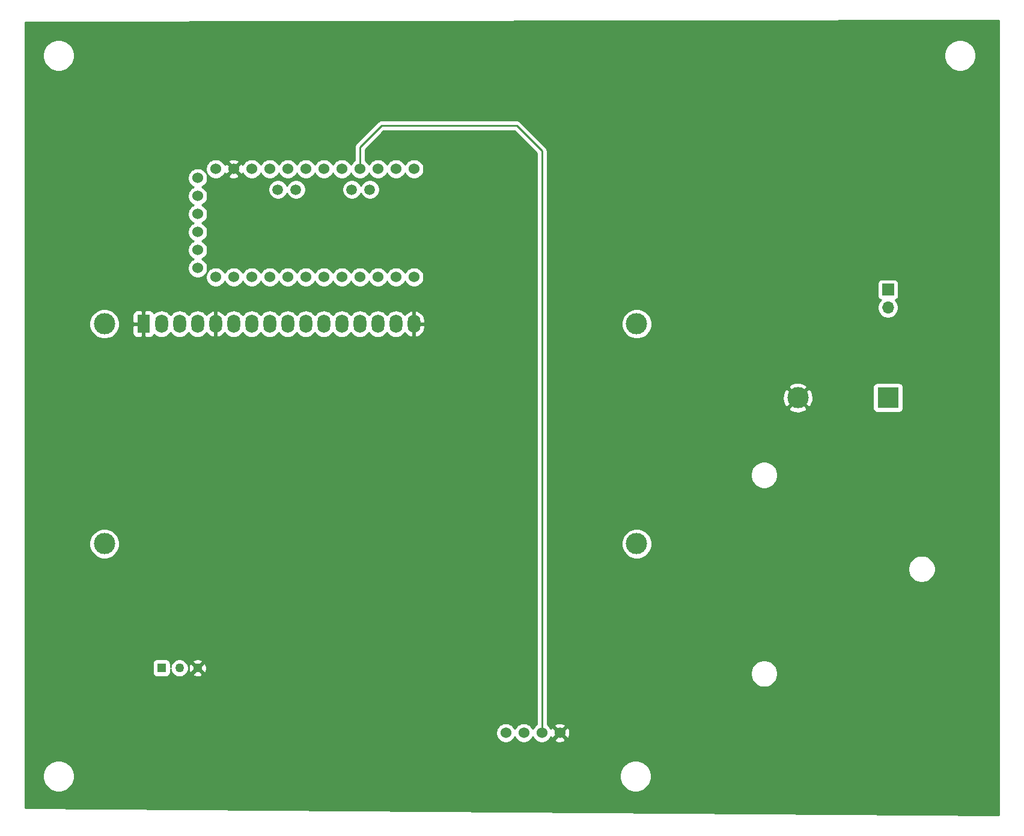
<source format=gbr>
%TF.GenerationSoftware,KiCad,Pcbnew,5.1.10-88a1d61d58~88~ubuntu18.04.1*%
%TF.CreationDate,2021-11-20T16:29:15+11:00*%
%TF.ProjectId,distanceSensorUltrasonicLCD,64697374-616e-4636-9553-656e736f7255,1.0*%
%TF.SameCoordinates,Original*%
%TF.FileFunction,Copper,L2,Bot*%
%TF.FilePolarity,Positive*%
%FSLAX46Y46*%
G04 Gerber Fmt 4.6, Leading zero omitted, Abs format (unit mm)*
G04 Created by KiCad (PCBNEW 5.1.10-88a1d61d58~88~ubuntu18.04.1) date 2021-11-20 16:29:15*
%MOMM*%
%LPD*%
G01*
G04 APERTURE LIST*
%TA.AperFunction,ComponentPad*%
%ADD10R,1.268000X1.268000*%
%TD*%
%TA.AperFunction,ComponentPad*%
%ADD11C,1.268000*%
%TD*%
%TA.AperFunction,ComponentPad*%
%ADD12R,1.800000X2.600000*%
%TD*%
%TA.AperFunction,ComponentPad*%
%ADD13O,1.800000X2.600000*%
%TD*%
%TA.AperFunction,ComponentPad*%
%ADD14C,3.000000*%
%TD*%
%TA.AperFunction,ComponentPad*%
%ADD15C,1.530000*%
%TD*%
%TA.AperFunction,ComponentPad*%
%ADD16C,1.524000*%
%TD*%
%TA.AperFunction,ComponentPad*%
%ADD17C,1.500000*%
%TD*%
%TA.AperFunction,ComponentPad*%
%ADD18R,3.000000X3.000000*%
%TD*%
%TA.AperFunction,ComponentPad*%
%ADD19R,1.700000X1.700000*%
%TD*%
%TA.AperFunction,ComponentPad*%
%ADD20O,1.700000X1.700000*%
%TD*%
%TA.AperFunction,Conductor*%
%ADD21C,0.254000*%
%TD*%
%TA.AperFunction,Conductor*%
%ADD22C,0.250000*%
%TD*%
%TA.AperFunction,Conductor*%
%ADD23C,0.100000*%
%TD*%
G04 APERTURE END LIST*
D10*
%TO.P,RV1,1*%
%TO.N,VCC*%
X108458000Y-134620000D03*
D11*
%TO.P,RV1,2*%
%TO.N,Net-(RV1-Pad2)*%
X110998000Y-134620000D03*
%TO.P,RV1,3*%
%TO.N,GND*%
X113538000Y-134620000D03*
%TD*%
D12*
%TO.P,U3,1*%
%TO.N,GND*%
X105918000Y-86106000D03*
D13*
%TO.P,U3,2*%
%TO.N,VCC*%
X108458000Y-86106000D03*
%TO.P,U3,3*%
%TO.N,Net-(RV1-Pad2)*%
X110998000Y-86106000D03*
%TO.P,U3,4*%
%TO.N,Net-(FTDI1-Pad29)*%
X113538000Y-86106000D03*
%TO.P,U3,5*%
%TO.N,GND*%
X116078000Y-86106000D03*
%TO.P,U3,6*%
%TO.N,Net-(FTDI1-Pad30)*%
X118618000Y-86106000D03*
%TO.P,U3,7*%
%TO.N,Net-(U3-Pad7)*%
X121158000Y-86106000D03*
%TO.P,U3,8*%
%TO.N,Net-(U3-Pad8)*%
X123698000Y-86106000D03*
%TO.P,U3,9*%
%TO.N,Net-(U3-Pad9)*%
X126238000Y-86106000D03*
%TO.P,U3,10*%
%TO.N,Net-(U3-Pad10)*%
X128778000Y-86106000D03*
%TO.P,U3,11*%
%TO.N,Net-(FTDI1-Pad13)*%
X131318000Y-86106000D03*
%TO.P,U3,12*%
%TO.N,Net-(FTDI1-Pad14)*%
X133858000Y-86106000D03*
%TO.P,U3,13*%
%TO.N,Net-(FTDI1-Pad15)*%
X136398000Y-86106000D03*
%TO.P,U3,14*%
%TO.N,Net-(FTDI1-Pad16)*%
X138938000Y-86106000D03*
%TO.P,U3,15*%
%TO.N,VCC*%
X141478000Y-86106000D03*
%TO.P,U3,16*%
%TO.N,GND*%
X144018000Y-86106000D03*
D14*
%TO.P,U3,*%
%TO.N,*%
X100418900Y-86106000D03*
X100418900Y-117106700D03*
X175417480Y-117106700D03*
X175418000Y-86106000D03*
%TD*%
D15*
%TO.P,U2,2*%
%TO.N,Net-(FTDI1-Pad28)*%
X159512000Y-143764000D03*
%TO.P,U2,3*%
%TO.N,Net-(FTDI1-Pad27)*%
X162052000Y-143764000D03*
%TO.P,U2,4*%
%TO.N,GND*%
X164592000Y-143764000D03*
%TO.P,U2,1*%
%TO.N,VCC*%
X156972000Y-143764000D03*
%TD*%
D16*
%TO.P,FTDI1,1*%
%TO.N,Net-(FTDI1-Pad1)*%
X113563400Y-78232000D03*
%TO.P,FTDI1,2*%
%TO.N,Net-(FTDI1-Pad2)*%
X113563400Y-75692000D03*
%TO.P,FTDI1,3*%
%TO.N,Net-(FTDI1-Pad3)*%
X113563400Y-73152000D03*
%TO.P,FTDI1,4*%
%TO.N,Net-(FTDI1-Pad4)*%
X113563400Y-70612000D03*
%TO.P,FTDI1,5*%
%TO.N,N/C*%
X113563400Y-68072000D03*
%TO.P,FTDI1,6*%
%TO.N,Net-(FTDI1-Pad6)*%
X113563400Y-65532000D03*
%TO.P,FTDI1,7*%
%TO.N,Net-(FTDI1-Pad7)*%
X116103400Y-79502000D03*
%TO.P,FTDI1,8*%
%TO.N,Net-(FTDI1-Pad8)*%
X118643400Y-79502000D03*
%TO.P,FTDI1,9*%
%TO.N,Net-(FTDI1-Pad9)*%
X121183400Y-79502000D03*
%TO.P,FTDI1,10*%
%TO.N,Net-(FTDI1-Pad10)*%
X123723400Y-79502000D03*
%TO.P,FTDI1,11*%
%TO.N,Net-(FTDI1-Pad11)*%
X126263400Y-79502000D03*
%TO.P,FTDI1,12*%
%TO.N,Net-(FTDI1-Pad12)*%
X128803400Y-79502000D03*
%TO.P,FTDI1,13*%
%TO.N,Net-(FTDI1-Pad13)*%
X131343400Y-79502000D03*
%TO.P,FTDI1,14*%
%TO.N,Net-(FTDI1-Pad14)*%
X133883400Y-79502000D03*
%TO.P,FTDI1,15*%
%TO.N,Net-(FTDI1-Pad15)*%
X136423400Y-79502000D03*
%TO.P,FTDI1,16*%
%TO.N,Net-(FTDI1-Pad16)*%
X138963400Y-79502000D03*
%TO.P,FTDI1,17*%
%TO.N,Net-(FTDI1-Pad17)*%
X141503400Y-79502000D03*
%TO.P,FTDI1,18*%
%TO.N,Net-(FTDI1-Pad18)*%
X144043400Y-79502000D03*
%TO.P,FTDI1,19*%
%TO.N,Net-(FTDI1-Pad19)*%
X116103400Y-64262000D03*
%TO.P,FTDI1,20*%
%TO.N,GND*%
X118643400Y-64262000D03*
%TO.P,FTDI1,21*%
%TO.N,Net-(FTDI1-Pad21)*%
X121183400Y-64262000D03*
%TO.P,FTDI1,22*%
%TO.N,VCC*%
X123723400Y-64262000D03*
%TO.P,FTDI1,23*%
%TO.N,Net-(FTDI1-Pad23)*%
X126263400Y-64262000D03*
%TO.P,FTDI1,24*%
%TO.N,Net-(FTDI1-Pad24)*%
X128803400Y-64262000D03*
%TO.P,FTDI1,25*%
%TO.N,Net-(FTDI1-Pad25)*%
X131343400Y-64262000D03*
%TO.P,FTDI1,26*%
%TO.N,Net-(FTDI1-Pad26)*%
X133883400Y-64262000D03*
%TO.P,FTDI1,27*%
%TO.N,Net-(FTDI1-Pad27)*%
X136423400Y-64262000D03*
%TO.P,FTDI1,28*%
%TO.N,Net-(FTDI1-Pad28)*%
X138963400Y-64262000D03*
%TO.P,FTDI1,29*%
%TO.N,Net-(FTDI1-Pad29)*%
X141503400Y-64262000D03*
%TO.P,FTDI1,30*%
%TO.N,Net-(FTDI1-Pad30)*%
X144043400Y-64262000D03*
D17*
%TO.P,FTDI1,31*%
%TO.N,N/C*%
X124866400Y-67183000D03*
%TO.P,FTDI1,32*%
X127406400Y-67183000D03*
%TO.P,FTDI1,34*%
X135280400Y-67183000D03*
%TO.P,FTDI1,35*%
X137820400Y-67183000D03*
%TD*%
D14*
%TO.P,BT1,2*%
%TO.N,GND*%
X198120000Y-96520000D03*
D18*
%TO.P,BT1,1*%
%TO.N,Net-(BT1-Pad1)*%
X210820000Y-96520000D03*
%TD*%
D19*
%TO.P,SW1,1*%
%TO.N,Net-(FTDI1-Pad19)*%
X210820000Y-81280000D03*
D20*
%TO.P,SW1,2*%
%TO.N,Net-(BT1-Pad1)*%
X210820000Y-83820000D03*
%TD*%
D21*
%TO.N,Net-(FTDI1-Pad27)*%
X158496000Y-58166000D02*
X162052000Y-61722000D01*
D22*
X136423400Y-61188600D02*
X139446000Y-58166000D01*
X136423400Y-64262000D02*
X136423400Y-61188600D01*
D21*
X139446000Y-58166000D02*
X158496000Y-58166000D01*
X162052000Y-143764000D02*
X162052000Y-137922000D01*
X162052000Y-61722000D02*
X162052000Y-137922000D01*
X162052000Y-137922000D02*
X162052000Y-138938000D01*
%TO.N,GND*%
X188976000Y-83312000D02*
X188722000Y-83312000D01*
D22*
X116078000Y-99110800D02*
X116128800Y-99060000D01*
%TD*%
D21*
%TO.N,GND*%
X226441000Y-155376409D02*
X89281000Y-154362287D01*
X89281000Y-149639872D01*
X91745000Y-149639872D01*
X91745000Y-150080128D01*
X91830890Y-150511925D01*
X91999369Y-150918669D01*
X92243962Y-151284729D01*
X92555271Y-151596038D01*
X92921331Y-151840631D01*
X93328075Y-152009110D01*
X93759872Y-152095000D01*
X94200128Y-152095000D01*
X94631925Y-152009110D01*
X95038669Y-151840631D01*
X95404729Y-151596038D01*
X95716038Y-151284729D01*
X95960631Y-150918669D01*
X96129110Y-150511925D01*
X96215000Y-150080128D01*
X96215000Y-149639872D01*
X173025000Y-149639872D01*
X173025000Y-150080128D01*
X173110890Y-150511925D01*
X173279369Y-150918669D01*
X173523962Y-151284729D01*
X173835271Y-151596038D01*
X174201331Y-151840631D01*
X174608075Y-152009110D01*
X175039872Y-152095000D01*
X175480128Y-152095000D01*
X175911925Y-152009110D01*
X176318669Y-151840631D01*
X176684729Y-151596038D01*
X176996038Y-151284729D01*
X177240631Y-150918669D01*
X177409110Y-150511925D01*
X177495000Y-150080128D01*
X177495000Y-149639872D01*
X177409110Y-149208075D01*
X177240631Y-148801331D01*
X176996038Y-148435271D01*
X176684729Y-148123962D01*
X176318669Y-147879369D01*
X175911925Y-147710890D01*
X175480128Y-147625000D01*
X175039872Y-147625000D01*
X174608075Y-147710890D01*
X174201331Y-147879369D01*
X173835271Y-148123962D01*
X173523962Y-148435271D01*
X173279369Y-148801331D01*
X173110890Y-149208075D01*
X173025000Y-149639872D01*
X96215000Y-149639872D01*
X96129110Y-149208075D01*
X95960631Y-148801331D01*
X95716038Y-148435271D01*
X95404729Y-148123962D01*
X95038669Y-147879369D01*
X94631925Y-147710890D01*
X94200128Y-147625000D01*
X93759872Y-147625000D01*
X93328075Y-147710890D01*
X92921331Y-147879369D01*
X92555271Y-148123962D01*
X92243962Y-148435271D01*
X91999369Y-148801331D01*
X91830890Y-149208075D01*
X91745000Y-149639872D01*
X89281000Y-149639872D01*
X89281000Y-133986000D01*
X107185928Y-133986000D01*
X107185928Y-135254000D01*
X107198188Y-135378482D01*
X107234498Y-135498180D01*
X107293463Y-135608494D01*
X107372815Y-135705185D01*
X107469506Y-135784537D01*
X107579820Y-135843502D01*
X107699518Y-135879812D01*
X107824000Y-135892072D01*
X109092000Y-135892072D01*
X109216482Y-135879812D01*
X109336180Y-135843502D01*
X109446494Y-135784537D01*
X109543185Y-135705185D01*
X109622537Y-135608494D01*
X109681502Y-135498180D01*
X109717812Y-135378482D01*
X109730072Y-135254000D01*
X109730072Y-134750375D01*
X109777767Y-134990154D01*
X109873427Y-135221097D01*
X110012303Y-135428940D01*
X110189060Y-135605697D01*
X110396903Y-135744573D01*
X110627846Y-135840233D01*
X110873014Y-135889000D01*
X111122986Y-135889000D01*
X111368154Y-135840233D01*
X111599097Y-135744573D01*
X111806940Y-135605697D01*
X111918552Y-135494085D01*
X112843520Y-135494085D01*
X112894963Y-135721129D01*
X113122138Y-135825422D01*
X113365295Y-135883391D01*
X113615089Y-135892808D01*
X113861920Y-135853312D01*
X114096303Y-135766420D01*
X114181037Y-135721129D01*
X114232480Y-135494085D01*
X113538000Y-134799605D01*
X112843520Y-135494085D01*
X111918552Y-135494085D01*
X111983697Y-135428940D01*
X112122573Y-135221097D01*
X112218233Y-134990154D01*
X112267000Y-134744986D01*
X112267000Y-134708388D01*
X112304688Y-134943920D01*
X112391580Y-135178303D01*
X112436871Y-135263037D01*
X112663915Y-135314480D01*
X113358395Y-134620000D01*
X113717605Y-134620000D01*
X114412085Y-135314480D01*
X114639129Y-135263037D01*
X114743422Y-135035862D01*
X114801391Y-134792705D01*
X114810808Y-134542911D01*
X114771312Y-134296080D01*
X114684420Y-134061697D01*
X114639129Y-133976963D01*
X114412085Y-133925520D01*
X113717605Y-134620000D01*
X113358395Y-134620000D01*
X112663915Y-133925520D01*
X112436871Y-133976963D01*
X112332578Y-134204138D01*
X112274609Y-134447295D01*
X112267000Y-134649130D01*
X112267000Y-134495014D01*
X112218233Y-134249846D01*
X112122573Y-134018903D01*
X111983697Y-133811060D01*
X111918552Y-133745915D01*
X112843520Y-133745915D01*
X113538000Y-134440395D01*
X114232480Y-133745915D01*
X114181037Y-133518871D01*
X113953862Y-133414578D01*
X113710705Y-133356609D01*
X113460911Y-133347192D01*
X113214080Y-133386688D01*
X112979697Y-133473580D01*
X112894963Y-133518871D01*
X112843520Y-133745915D01*
X111918552Y-133745915D01*
X111806940Y-133634303D01*
X111599097Y-133495427D01*
X111368154Y-133399767D01*
X111122986Y-133351000D01*
X110873014Y-133351000D01*
X110627846Y-133399767D01*
X110396903Y-133495427D01*
X110189060Y-133634303D01*
X110012303Y-133811060D01*
X109873427Y-134018903D01*
X109777767Y-134249846D01*
X109730072Y-134489625D01*
X109730072Y-133986000D01*
X109717812Y-133861518D01*
X109681502Y-133741820D01*
X109622537Y-133631506D01*
X109543185Y-133534815D01*
X109446494Y-133455463D01*
X109336180Y-133396498D01*
X109216482Y-133360188D01*
X109092000Y-133347928D01*
X107824000Y-133347928D01*
X107699518Y-133360188D01*
X107579820Y-133396498D01*
X107469506Y-133455463D01*
X107372815Y-133534815D01*
X107293463Y-133631506D01*
X107234498Y-133741820D01*
X107198188Y-133861518D01*
X107185928Y-133986000D01*
X89281000Y-133986000D01*
X89281000Y-116896421D01*
X98283900Y-116896421D01*
X98283900Y-117316979D01*
X98365947Y-117729456D01*
X98526888Y-118118002D01*
X98760537Y-118467683D01*
X99057917Y-118765063D01*
X99407598Y-118998712D01*
X99796144Y-119159653D01*
X100208621Y-119241700D01*
X100629179Y-119241700D01*
X101041656Y-119159653D01*
X101430202Y-118998712D01*
X101779883Y-118765063D01*
X102077263Y-118467683D01*
X102310912Y-118118002D01*
X102471853Y-117729456D01*
X102553900Y-117316979D01*
X102553900Y-116896421D01*
X102471853Y-116483944D01*
X102310912Y-116095398D01*
X102077263Y-115745717D01*
X101779883Y-115448337D01*
X101430202Y-115214688D01*
X101041656Y-115053747D01*
X100629179Y-114971700D01*
X100208621Y-114971700D01*
X99796144Y-115053747D01*
X99407598Y-115214688D01*
X99057917Y-115448337D01*
X98760537Y-115745717D01*
X98526888Y-116095398D01*
X98365947Y-116483944D01*
X98283900Y-116896421D01*
X89281000Y-116896421D01*
X89281000Y-85895721D01*
X98283900Y-85895721D01*
X98283900Y-86316279D01*
X98365947Y-86728756D01*
X98526888Y-87117302D01*
X98760537Y-87466983D01*
X99057917Y-87764363D01*
X99407598Y-87998012D01*
X99796144Y-88158953D01*
X100208621Y-88241000D01*
X100629179Y-88241000D01*
X101041656Y-88158953D01*
X101430202Y-87998012D01*
X101779883Y-87764363D01*
X102077263Y-87466983D01*
X102118010Y-87406000D01*
X104379928Y-87406000D01*
X104392188Y-87530482D01*
X104428498Y-87650180D01*
X104487463Y-87760494D01*
X104566815Y-87857185D01*
X104663506Y-87936537D01*
X104773820Y-87995502D01*
X104893518Y-88031812D01*
X105018000Y-88044072D01*
X105632250Y-88041000D01*
X105791000Y-87882250D01*
X105791000Y-86233000D01*
X104541750Y-86233000D01*
X104383000Y-86391750D01*
X104379928Y-87406000D01*
X102118010Y-87406000D01*
X102310912Y-87117302D01*
X102471853Y-86728756D01*
X102553900Y-86316279D01*
X102553900Y-85895721D01*
X102471853Y-85483244D01*
X102310912Y-85094698D01*
X102118011Y-84806000D01*
X104379928Y-84806000D01*
X104383000Y-85820250D01*
X104541750Y-85979000D01*
X105791000Y-85979000D01*
X105791000Y-84329750D01*
X106045000Y-84329750D01*
X106045000Y-85979000D01*
X106065000Y-85979000D01*
X106065000Y-86233000D01*
X106045000Y-86233000D01*
X106045000Y-87882250D01*
X106203750Y-88041000D01*
X106818000Y-88044072D01*
X106942482Y-88031812D01*
X107062180Y-87995502D01*
X107172494Y-87936537D01*
X107269185Y-87857185D01*
X107348537Y-87760494D01*
X107407502Y-87650180D01*
X107412495Y-87633720D01*
X107601074Y-87788481D01*
X107867740Y-87931017D01*
X108157088Y-88018790D01*
X108458000Y-88048427D01*
X108758913Y-88018790D01*
X109048261Y-87931017D01*
X109314927Y-87788481D01*
X109548661Y-87596661D01*
X109728000Y-87378135D01*
X109907339Y-87596661D01*
X110141074Y-87788481D01*
X110407740Y-87931017D01*
X110697088Y-88018790D01*
X110998000Y-88048427D01*
X111298913Y-88018790D01*
X111588261Y-87931017D01*
X111854927Y-87788481D01*
X112088661Y-87596661D01*
X112268000Y-87378135D01*
X112447339Y-87596661D01*
X112681074Y-87788481D01*
X112947740Y-87931017D01*
X113237088Y-88018790D01*
X113538000Y-88048427D01*
X113838913Y-88018790D01*
X114128261Y-87931017D01*
X114394927Y-87788481D01*
X114628661Y-87596661D01*
X114812781Y-87372309D01*
X114872252Y-87464396D01*
X115082394Y-87681210D01*
X115330796Y-87852862D01*
X115607913Y-87972755D01*
X115713260Y-87997036D01*
X115951000Y-87876378D01*
X115951000Y-86233000D01*
X115931000Y-86233000D01*
X115931000Y-85979000D01*
X115951000Y-85979000D01*
X115951000Y-84335622D01*
X116205000Y-84335622D01*
X116205000Y-85979000D01*
X116225000Y-85979000D01*
X116225000Y-86233000D01*
X116205000Y-86233000D01*
X116205000Y-87876378D01*
X116442740Y-87997036D01*
X116548087Y-87972755D01*
X116825204Y-87852862D01*
X117073606Y-87681210D01*
X117283748Y-87464396D01*
X117343219Y-87372309D01*
X117527339Y-87596661D01*
X117761074Y-87788481D01*
X118027740Y-87931017D01*
X118317088Y-88018790D01*
X118618000Y-88048427D01*
X118918913Y-88018790D01*
X119208261Y-87931017D01*
X119474927Y-87788481D01*
X119708661Y-87596661D01*
X119888000Y-87378135D01*
X120067339Y-87596661D01*
X120301074Y-87788481D01*
X120567740Y-87931017D01*
X120857088Y-88018790D01*
X121158000Y-88048427D01*
X121458913Y-88018790D01*
X121748261Y-87931017D01*
X122014927Y-87788481D01*
X122248661Y-87596661D01*
X122428000Y-87378135D01*
X122607339Y-87596661D01*
X122841074Y-87788481D01*
X123107740Y-87931017D01*
X123397088Y-88018790D01*
X123698000Y-88048427D01*
X123998913Y-88018790D01*
X124288261Y-87931017D01*
X124554927Y-87788481D01*
X124788661Y-87596661D01*
X124968000Y-87378135D01*
X125147339Y-87596661D01*
X125381074Y-87788481D01*
X125647740Y-87931017D01*
X125937088Y-88018790D01*
X126238000Y-88048427D01*
X126538913Y-88018790D01*
X126828261Y-87931017D01*
X127094927Y-87788481D01*
X127328661Y-87596661D01*
X127508000Y-87378135D01*
X127687339Y-87596661D01*
X127921074Y-87788481D01*
X128187740Y-87931017D01*
X128477088Y-88018790D01*
X128778000Y-88048427D01*
X129078913Y-88018790D01*
X129368261Y-87931017D01*
X129634927Y-87788481D01*
X129868661Y-87596661D01*
X130048000Y-87378135D01*
X130227339Y-87596661D01*
X130461074Y-87788481D01*
X130727740Y-87931017D01*
X131017088Y-88018790D01*
X131318000Y-88048427D01*
X131618913Y-88018790D01*
X131908261Y-87931017D01*
X132174927Y-87788481D01*
X132408661Y-87596661D01*
X132588000Y-87378135D01*
X132767339Y-87596661D01*
X133001074Y-87788481D01*
X133267740Y-87931017D01*
X133557088Y-88018790D01*
X133858000Y-88048427D01*
X134158913Y-88018790D01*
X134448261Y-87931017D01*
X134714927Y-87788481D01*
X134948661Y-87596661D01*
X135128000Y-87378135D01*
X135307339Y-87596661D01*
X135541074Y-87788481D01*
X135807740Y-87931017D01*
X136097088Y-88018790D01*
X136398000Y-88048427D01*
X136698913Y-88018790D01*
X136988261Y-87931017D01*
X137254927Y-87788481D01*
X137488661Y-87596661D01*
X137668000Y-87378135D01*
X137847339Y-87596661D01*
X138081074Y-87788481D01*
X138347740Y-87931017D01*
X138637088Y-88018790D01*
X138938000Y-88048427D01*
X139238913Y-88018790D01*
X139528261Y-87931017D01*
X139794927Y-87788481D01*
X140028661Y-87596661D01*
X140208000Y-87378135D01*
X140387339Y-87596661D01*
X140621074Y-87788481D01*
X140887740Y-87931017D01*
X141177088Y-88018790D01*
X141478000Y-88048427D01*
X141778913Y-88018790D01*
X142068261Y-87931017D01*
X142334927Y-87788481D01*
X142568661Y-87596661D01*
X142752781Y-87372309D01*
X142812252Y-87464396D01*
X143022394Y-87681210D01*
X143270796Y-87852862D01*
X143547913Y-87972755D01*
X143653260Y-87997036D01*
X143891000Y-87876378D01*
X143891000Y-86233000D01*
X144145000Y-86233000D01*
X144145000Y-87876378D01*
X144382740Y-87997036D01*
X144488087Y-87972755D01*
X144765204Y-87852862D01*
X145013606Y-87681210D01*
X145223748Y-87464396D01*
X145387554Y-87210751D01*
X145498729Y-86930023D01*
X145553000Y-86633000D01*
X145553000Y-86233000D01*
X144145000Y-86233000D01*
X143891000Y-86233000D01*
X143871000Y-86233000D01*
X143871000Y-85979000D01*
X143891000Y-85979000D01*
X143891000Y-84335622D01*
X144145000Y-84335622D01*
X144145000Y-85979000D01*
X145553000Y-85979000D01*
X145553000Y-85579000D01*
X145498729Y-85281977D01*
X145387554Y-85001249D01*
X145223748Y-84747604D01*
X145013606Y-84530790D01*
X144765204Y-84359138D01*
X144488087Y-84239245D01*
X144382740Y-84214964D01*
X144145000Y-84335622D01*
X143891000Y-84335622D01*
X143653260Y-84214964D01*
X143547913Y-84239245D01*
X143270796Y-84359138D01*
X143022394Y-84530790D01*
X142812252Y-84747604D01*
X142752781Y-84839691D01*
X142568661Y-84615339D01*
X142334926Y-84423519D01*
X142068260Y-84280983D01*
X141778912Y-84193210D01*
X141478000Y-84163573D01*
X141177087Y-84193210D01*
X140887739Y-84280983D01*
X140621073Y-84423519D01*
X140387339Y-84615339D01*
X140208000Y-84833865D01*
X140028661Y-84615339D01*
X139794926Y-84423519D01*
X139528260Y-84280983D01*
X139238912Y-84193210D01*
X138938000Y-84163573D01*
X138637087Y-84193210D01*
X138347739Y-84280983D01*
X138081073Y-84423519D01*
X137847339Y-84615339D01*
X137668000Y-84833865D01*
X137488661Y-84615339D01*
X137254926Y-84423519D01*
X136988260Y-84280983D01*
X136698912Y-84193210D01*
X136398000Y-84163573D01*
X136097087Y-84193210D01*
X135807739Y-84280983D01*
X135541073Y-84423519D01*
X135307339Y-84615339D01*
X135128000Y-84833865D01*
X134948661Y-84615339D01*
X134714926Y-84423519D01*
X134448260Y-84280983D01*
X134158912Y-84193210D01*
X133858000Y-84163573D01*
X133557087Y-84193210D01*
X133267739Y-84280983D01*
X133001073Y-84423519D01*
X132767339Y-84615339D01*
X132588000Y-84833865D01*
X132408661Y-84615339D01*
X132174926Y-84423519D01*
X131908260Y-84280983D01*
X131618912Y-84193210D01*
X131318000Y-84163573D01*
X131017087Y-84193210D01*
X130727739Y-84280983D01*
X130461073Y-84423519D01*
X130227339Y-84615339D01*
X130048000Y-84833865D01*
X129868661Y-84615339D01*
X129634926Y-84423519D01*
X129368260Y-84280983D01*
X129078912Y-84193210D01*
X128778000Y-84163573D01*
X128477087Y-84193210D01*
X128187739Y-84280983D01*
X127921073Y-84423519D01*
X127687339Y-84615339D01*
X127508000Y-84833865D01*
X127328661Y-84615339D01*
X127094926Y-84423519D01*
X126828260Y-84280983D01*
X126538912Y-84193210D01*
X126238000Y-84163573D01*
X125937087Y-84193210D01*
X125647739Y-84280983D01*
X125381073Y-84423519D01*
X125147339Y-84615339D01*
X124968000Y-84833865D01*
X124788661Y-84615339D01*
X124554926Y-84423519D01*
X124288260Y-84280983D01*
X123998912Y-84193210D01*
X123698000Y-84163573D01*
X123397087Y-84193210D01*
X123107739Y-84280983D01*
X122841073Y-84423519D01*
X122607339Y-84615339D01*
X122428000Y-84833865D01*
X122248661Y-84615339D01*
X122014926Y-84423519D01*
X121748260Y-84280983D01*
X121458912Y-84193210D01*
X121158000Y-84163573D01*
X120857087Y-84193210D01*
X120567739Y-84280983D01*
X120301073Y-84423519D01*
X120067339Y-84615339D01*
X119888000Y-84833865D01*
X119708661Y-84615339D01*
X119474926Y-84423519D01*
X119208260Y-84280983D01*
X118918912Y-84193210D01*
X118618000Y-84163573D01*
X118317087Y-84193210D01*
X118027739Y-84280983D01*
X117761073Y-84423519D01*
X117527339Y-84615339D01*
X117343219Y-84839692D01*
X117283748Y-84747604D01*
X117073606Y-84530790D01*
X116825204Y-84359138D01*
X116548087Y-84239245D01*
X116442740Y-84214964D01*
X116205000Y-84335622D01*
X115951000Y-84335622D01*
X115713260Y-84214964D01*
X115607913Y-84239245D01*
X115330796Y-84359138D01*
X115082394Y-84530790D01*
X114872252Y-84747604D01*
X114812781Y-84839691D01*
X114628661Y-84615339D01*
X114394926Y-84423519D01*
X114128260Y-84280983D01*
X113838912Y-84193210D01*
X113538000Y-84163573D01*
X113237087Y-84193210D01*
X112947739Y-84280983D01*
X112681073Y-84423519D01*
X112447339Y-84615339D01*
X112268000Y-84833865D01*
X112088661Y-84615339D01*
X111854926Y-84423519D01*
X111588260Y-84280983D01*
X111298912Y-84193210D01*
X110998000Y-84163573D01*
X110697087Y-84193210D01*
X110407739Y-84280983D01*
X110141073Y-84423519D01*
X109907339Y-84615339D01*
X109728000Y-84833865D01*
X109548661Y-84615339D01*
X109314926Y-84423519D01*
X109048260Y-84280983D01*
X108758912Y-84193210D01*
X108458000Y-84163573D01*
X108157087Y-84193210D01*
X107867739Y-84280983D01*
X107601073Y-84423519D01*
X107412495Y-84578280D01*
X107407502Y-84561820D01*
X107348537Y-84451506D01*
X107269185Y-84354815D01*
X107172494Y-84275463D01*
X107062180Y-84216498D01*
X106942482Y-84180188D01*
X106818000Y-84167928D01*
X106203750Y-84171000D01*
X106045000Y-84329750D01*
X105791000Y-84329750D01*
X105632250Y-84171000D01*
X105018000Y-84167928D01*
X104893518Y-84180188D01*
X104773820Y-84216498D01*
X104663506Y-84275463D01*
X104566815Y-84354815D01*
X104487463Y-84451506D01*
X104428498Y-84561820D01*
X104392188Y-84681518D01*
X104379928Y-84806000D01*
X102118011Y-84806000D01*
X102077263Y-84745017D01*
X101779883Y-84447637D01*
X101430202Y-84213988D01*
X101041656Y-84053047D01*
X100629179Y-83971000D01*
X100208621Y-83971000D01*
X99796144Y-84053047D01*
X99407598Y-84213988D01*
X99057917Y-84447637D01*
X98760537Y-84745017D01*
X98526888Y-85094698D01*
X98365947Y-85483244D01*
X98283900Y-85895721D01*
X89281000Y-85895721D01*
X89281000Y-65394408D01*
X112166400Y-65394408D01*
X112166400Y-65669592D01*
X112220086Y-65939490D01*
X112325395Y-66193727D01*
X112478280Y-66422535D01*
X112672865Y-66617120D01*
X112901673Y-66770005D01*
X112978915Y-66802000D01*
X112901673Y-66833995D01*
X112672865Y-66986880D01*
X112478280Y-67181465D01*
X112325395Y-67410273D01*
X112220086Y-67664510D01*
X112166400Y-67934408D01*
X112166400Y-68209592D01*
X112220086Y-68479490D01*
X112325395Y-68733727D01*
X112478280Y-68962535D01*
X112672865Y-69157120D01*
X112901673Y-69310005D01*
X112978915Y-69342000D01*
X112901673Y-69373995D01*
X112672865Y-69526880D01*
X112478280Y-69721465D01*
X112325395Y-69950273D01*
X112220086Y-70204510D01*
X112166400Y-70474408D01*
X112166400Y-70749592D01*
X112220086Y-71019490D01*
X112325395Y-71273727D01*
X112478280Y-71502535D01*
X112672865Y-71697120D01*
X112901673Y-71850005D01*
X112978915Y-71882000D01*
X112901673Y-71913995D01*
X112672865Y-72066880D01*
X112478280Y-72261465D01*
X112325395Y-72490273D01*
X112220086Y-72744510D01*
X112166400Y-73014408D01*
X112166400Y-73289592D01*
X112220086Y-73559490D01*
X112325395Y-73813727D01*
X112478280Y-74042535D01*
X112672865Y-74237120D01*
X112901673Y-74390005D01*
X112978915Y-74422000D01*
X112901673Y-74453995D01*
X112672865Y-74606880D01*
X112478280Y-74801465D01*
X112325395Y-75030273D01*
X112220086Y-75284510D01*
X112166400Y-75554408D01*
X112166400Y-75829592D01*
X112220086Y-76099490D01*
X112325395Y-76353727D01*
X112478280Y-76582535D01*
X112672865Y-76777120D01*
X112901673Y-76930005D01*
X112978915Y-76962000D01*
X112901673Y-76993995D01*
X112672865Y-77146880D01*
X112478280Y-77341465D01*
X112325395Y-77570273D01*
X112220086Y-77824510D01*
X112166400Y-78094408D01*
X112166400Y-78369592D01*
X112220086Y-78639490D01*
X112325395Y-78893727D01*
X112478280Y-79122535D01*
X112672865Y-79317120D01*
X112901673Y-79470005D01*
X113155910Y-79575314D01*
X113425808Y-79629000D01*
X113700992Y-79629000D01*
X113970890Y-79575314D01*
X114225127Y-79470005D01*
X114383163Y-79364408D01*
X114706400Y-79364408D01*
X114706400Y-79639592D01*
X114760086Y-79909490D01*
X114865395Y-80163727D01*
X115018280Y-80392535D01*
X115212865Y-80587120D01*
X115441673Y-80740005D01*
X115695910Y-80845314D01*
X115965808Y-80899000D01*
X116240992Y-80899000D01*
X116510890Y-80845314D01*
X116765127Y-80740005D01*
X116993935Y-80587120D01*
X117188520Y-80392535D01*
X117341405Y-80163727D01*
X117373400Y-80086485D01*
X117405395Y-80163727D01*
X117558280Y-80392535D01*
X117752865Y-80587120D01*
X117981673Y-80740005D01*
X118235910Y-80845314D01*
X118505808Y-80899000D01*
X118780992Y-80899000D01*
X119050890Y-80845314D01*
X119305127Y-80740005D01*
X119533935Y-80587120D01*
X119728520Y-80392535D01*
X119881405Y-80163727D01*
X119913400Y-80086485D01*
X119945395Y-80163727D01*
X120098280Y-80392535D01*
X120292865Y-80587120D01*
X120521673Y-80740005D01*
X120775910Y-80845314D01*
X121045808Y-80899000D01*
X121320992Y-80899000D01*
X121590890Y-80845314D01*
X121845127Y-80740005D01*
X122073935Y-80587120D01*
X122268520Y-80392535D01*
X122421405Y-80163727D01*
X122453400Y-80086485D01*
X122485395Y-80163727D01*
X122638280Y-80392535D01*
X122832865Y-80587120D01*
X123061673Y-80740005D01*
X123315910Y-80845314D01*
X123585808Y-80899000D01*
X123860992Y-80899000D01*
X124130890Y-80845314D01*
X124385127Y-80740005D01*
X124613935Y-80587120D01*
X124808520Y-80392535D01*
X124961405Y-80163727D01*
X124993400Y-80086485D01*
X125025395Y-80163727D01*
X125178280Y-80392535D01*
X125372865Y-80587120D01*
X125601673Y-80740005D01*
X125855910Y-80845314D01*
X126125808Y-80899000D01*
X126400992Y-80899000D01*
X126670890Y-80845314D01*
X126925127Y-80740005D01*
X127153935Y-80587120D01*
X127348520Y-80392535D01*
X127501405Y-80163727D01*
X127533400Y-80086485D01*
X127565395Y-80163727D01*
X127718280Y-80392535D01*
X127912865Y-80587120D01*
X128141673Y-80740005D01*
X128395910Y-80845314D01*
X128665808Y-80899000D01*
X128940992Y-80899000D01*
X129210890Y-80845314D01*
X129465127Y-80740005D01*
X129693935Y-80587120D01*
X129888520Y-80392535D01*
X130041405Y-80163727D01*
X130073400Y-80086485D01*
X130105395Y-80163727D01*
X130258280Y-80392535D01*
X130452865Y-80587120D01*
X130681673Y-80740005D01*
X130935910Y-80845314D01*
X131205808Y-80899000D01*
X131480992Y-80899000D01*
X131750890Y-80845314D01*
X132005127Y-80740005D01*
X132233935Y-80587120D01*
X132428520Y-80392535D01*
X132581405Y-80163727D01*
X132613400Y-80086485D01*
X132645395Y-80163727D01*
X132798280Y-80392535D01*
X132992865Y-80587120D01*
X133221673Y-80740005D01*
X133475910Y-80845314D01*
X133745808Y-80899000D01*
X134020992Y-80899000D01*
X134290890Y-80845314D01*
X134545127Y-80740005D01*
X134773935Y-80587120D01*
X134968520Y-80392535D01*
X135121405Y-80163727D01*
X135153400Y-80086485D01*
X135185395Y-80163727D01*
X135338280Y-80392535D01*
X135532865Y-80587120D01*
X135761673Y-80740005D01*
X136015910Y-80845314D01*
X136285808Y-80899000D01*
X136560992Y-80899000D01*
X136830890Y-80845314D01*
X137085127Y-80740005D01*
X137313935Y-80587120D01*
X137508520Y-80392535D01*
X137661405Y-80163727D01*
X137693400Y-80086485D01*
X137725395Y-80163727D01*
X137878280Y-80392535D01*
X138072865Y-80587120D01*
X138301673Y-80740005D01*
X138555910Y-80845314D01*
X138825808Y-80899000D01*
X139100992Y-80899000D01*
X139370890Y-80845314D01*
X139625127Y-80740005D01*
X139853935Y-80587120D01*
X140048520Y-80392535D01*
X140201405Y-80163727D01*
X140233400Y-80086485D01*
X140265395Y-80163727D01*
X140418280Y-80392535D01*
X140612865Y-80587120D01*
X140841673Y-80740005D01*
X141095910Y-80845314D01*
X141365808Y-80899000D01*
X141640992Y-80899000D01*
X141910890Y-80845314D01*
X142165127Y-80740005D01*
X142393935Y-80587120D01*
X142588520Y-80392535D01*
X142741405Y-80163727D01*
X142773400Y-80086485D01*
X142805395Y-80163727D01*
X142958280Y-80392535D01*
X143152865Y-80587120D01*
X143381673Y-80740005D01*
X143635910Y-80845314D01*
X143905808Y-80899000D01*
X144180992Y-80899000D01*
X144450890Y-80845314D01*
X144705127Y-80740005D01*
X144933935Y-80587120D01*
X145128520Y-80392535D01*
X145281405Y-80163727D01*
X145386714Y-79909490D01*
X145440400Y-79639592D01*
X145440400Y-79364408D01*
X145386714Y-79094510D01*
X145281405Y-78840273D01*
X145128520Y-78611465D01*
X144933935Y-78416880D01*
X144705127Y-78263995D01*
X144450890Y-78158686D01*
X144180992Y-78105000D01*
X143905808Y-78105000D01*
X143635910Y-78158686D01*
X143381673Y-78263995D01*
X143152865Y-78416880D01*
X142958280Y-78611465D01*
X142805395Y-78840273D01*
X142773400Y-78917515D01*
X142741405Y-78840273D01*
X142588520Y-78611465D01*
X142393935Y-78416880D01*
X142165127Y-78263995D01*
X141910890Y-78158686D01*
X141640992Y-78105000D01*
X141365808Y-78105000D01*
X141095910Y-78158686D01*
X140841673Y-78263995D01*
X140612865Y-78416880D01*
X140418280Y-78611465D01*
X140265395Y-78840273D01*
X140233400Y-78917515D01*
X140201405Y-78840273D01*
X140048520Y-78611465D01*
X139853935Y-78416880D01*
X139625127Y-78263995D01*
X139370890Y-78158686D01*
X139100992Y-78105000D01*
X138825808Y-78105000D01*
X138555910Y-78158686D01*
X138301673Y-78263995D01*
X138072865Y-78416880D01*
X137878280Y-78611465D01*
X137725395Y-78840273D01*
X137693400Y-78917515D01*
X137661405Y-78840273D01*
X137508520Y-78611465D01*
X137313935Y-78416880D01*
X137085127Y-78263995D01*
X136830890Y-78158686D01*
X136560992Y-78105000D01*
X136285808Y-78105000D01*
X136015910Y-78158686D01*
X135761673Y-78263995D01*
X135532865Y-78416880D01*
X135338280Y-78611465D01*
X135185395Y-78840273D01*
X135153400Y-78917515D01*
X135121405Y-78840273D01*
X134968520Y-78611465D01*
X134773935Y-78416880D01*
X134545127Y-78263995D01*
X134290890Y-78158686D01*
X134020992Y-78105000D01*
X133745808Y-78105000D01*
X133475910Y-78158686D01*
X133221673Y-78263995D01*
X132992865Y-78416880D01*
X132798280Y-78611465D01*
X132645395Y-78840273D01*
X132613400Y-78917515D01*
X132581405Y-78840273D01*
X132428520Y-78611465D01*
X132233935Y-78416880D01*
X132005127Y-78263995D01*
X131750890Y-78158686D01*
X131480992Y-78105000D01*
X131205808Y-78105000D01*
X130935910Y-78158686D01*
X130681673Y-78263995D01*
X130452865Y-78416880D01*
X130258280Y-78611465D01*
X130105395Y-78840273D01*
X130073400Y-78917515D01*
X130041405Y-78840273D01*
X129888520Y-78611465D01*
X129693935Y-78416880D01*
X129465127Y-78263995D01*
X129210890Y-78158686D01*
X128940992Y-78105000D01*
X128665808Y-78105000D01*
X128395910Y-78158686D01*
X128141673Y-78263995D01*
X127912865Y-78416880D01*
X127718280Y-78611465D01*
X127565395Y-78840273D01*
X127533400Y-78917515D01*
X127501405Y-78840273D01*
X127348520Y-78611465D01*
X127153935Y-78416880D01*
X126925127Y-78263995D01*
X126670890Y-78158686D01*
X126400992Y-78105000D01*
X126125808Y-78105000D01*
X125855910Y-78158686D01*
X125601673Y-78263995D01*
X125372865Y-78416880D01*
X125178280Y-78611465D01*
X125025395Y-78840273D01*
X124993400Y-78917515D01*
X124961405Y-78840273D01*
X124808520Y-78611465D01*
X124613935Y-78416880D01*
X124385127Y-78263995D01*
X124130890Y-78158686D01*
X123860992Y-78105000D01*
X123585808Y-78105000D01*
X123315910Y-78158686D01*
X123061673Y-78263995D01*
X122832865Y-78416880D01*
X122638280Y-78611465D01*
X122485395Y-78840273D01*
X122453400Y-78917515D01*
X122421405Y-78840273D01*
X122268520Y-78611465D01*
X122073935Y-78416880D01*
X121845127Y-78263995D01*
X121590890Y-78158686D01*
X121320992Y-78105000D01*
X121045808Y-78105000D01*
X120775910Y-78158686D01*
X120521673Y-78263995D01*
X120292865Y-78416880D01*
X120098280Y-78611465D01*
X119945395Y-78840273D01*
X119913400Y-78917515D01*
X119881405Y-78840273D01*
X119728520Y-78611465D01*
X119533935Y-78416880D01*
X119305127Y-78263995D01*
X119050890Y-78158686D01*
X118780992Y-78105000D01*
X118505808Y-78105000D01*
X118235910Y-78158686D01*
X117981673Y-78263995D01*
X117752865Y-78416880D01*
X117558280Y-78611465D01*
X117405395Y-78840273D01*
X117373400Y-78917515D01*
X117341405Y-78840273D01*
X117188520Y-78611465D01*
X116993935Y-78416880D01*
X116765127Y-78263995D01*
X116510890Y-78158686D01*
X116240992Y-78105000D01*
X115965808Y-78105000D01*
X115695910Y-78158686D01*
X115441673Y-78263995D01*
X115212865Y-78416880D01*
X115018280Y-78611465D01*
X114865395Y-78840273D01*
X114760086Y-79094510D01*
X114706400Y-79364408D01*
X114383163Y-79364408D01*
X114453935Y-79317120D01*
X114648520Y-79122535D01*
X114801405Y-78893727D01*
X114906714Y-78639490D01*
X114960400Y-78369592D01*
X114960400Y-78094408D01*
X114906714Y-77824510D01*
X114801405Y-77570273D01*
X114648520Y-77341465D01*
X114453935Y-77146880D01*
X114225127Y-76993995D01*
X114147885Y-76962000D01*
X114225127Y-76930005D01*
X114453935Y-76777120D01*
X114648520Y-76582535D01*
X114801405Y-76353727D01*
X114906714Y-76099490D01*
X114960400Y-75829592D01*
X114960400Y-75554408D01*
X114906714Y-75284510D01*
X114801405Y-75030273D01*
X114648520Y-74801465D01*
X114453935Y-74606880D01*
X114225127Y-74453995D01*
X114147885Y-74422000D01*
X114225127Y-74390005D01*
X114453935Y-74237120D01*
X114648520Y-74042535D01*
X114801405Y-73813727D01*
X114906714Y-73559490D01*
X114960400Y-73289592D01*
X114960400Y-73014408D01*
X114906714Y-72744510D01*
X114801405Y-72490273D01*
X114648520Y-72261465D01*
X114453935Y-72066880D01*
X114225127Y-71913995D01*
X114147885Y-71882000D01*
X114225127Y-71850005D01*
X114453935Y-71697120D01*
X114648520Y-71502535D01*
X114801405Y-71273727D01*
X114906714Y-71019490D01*
X114960400Y-70749592D01*
X114960400Y-70474408D01*
X114906714Y-70204510D01*
X114801405Y-69950273D01*
X114648520Y-69721465D01*
X114453935Y-69526880D01*
X114225127Y-69373995D01*
X114147885Y-69342000D01*
X114225127Y-69310005D01*
X114453935Y-69157120D01*
X114648520Y-68962535D01*
X114801405Y-68733727D01*
X114906714Y-68479490D01*
X114960400Y-68209592D01*
X114960400Y-67934408D01*
X114906714Y-67664510D01*
X114801405Y-67410273D01*
X114648520Y-67181465D01*
X114513644Y-67046589D01*
X123481400Y-67046589D01*
X123481400Y-67319411D01*
X123534625Y-67586989D01*
X123639029Y-67839043D01*
X123790601Y-68065886D01*
X123983514Y-68258799D01*
X124210357Y-68410371D01*
X124462411Y-68514775D01*
X124729989Y-68568000D01*
X125002811Y-68568000D01*
X125270389Y-68514775D01*
X125522443Y-68410371D01*
X125749286Y-68258799D01*
X125942199Y-68065886D01*
X126093771Y-67839043D01*
X126136400Y-67736127D01*
X126179029Y-67839043D01*
X126330601Y-68065886D01*
X126523514Y-68258799D01*
X126750357Y-68410371D01*
X127002411Y-68514775D01*
X127269989Y-68568000D01*
X127542811Y-68568000D01*
X127810389Y-68514775D01*
X128062443Y-68410371D01*
X128289286Y-68258799D01*
X128482199Y-68065886D01*
X128633771Y-67839043D01*
X128738175Y-67586989D01*
X128791400Y-67319411D01*
X128791400Y-67046589D01*
X133895400Y-67046589D01*
X133895400Y-67319411D01*
X133948625Y-67586989D01*
X134053029Y-67839043D01*
X134204601Y-68065886D01*
X134397514Y-68258799D01*
X134624357Y-68410371D01*
X134876411Y-68514775D01*
X135143989Y-68568000D01*
X135416811Y-68568000D01*
X135684389Y-68514775D01*
X135936443Y-68410371D01*
X136163286Y-68258799D01*
X136356199Y-68065886D01*
X136507771Y-67839043D01*
X136550400Y-67736127D01*
X136593029Y-67839043D01*
X136744601Y-68065886D01*
X136937514Y-68258799D01*
X137164357Y-68410371D01*
X137416411Y-68514775D01*
X137683989Y-68568000D01*
X137956811Y-68568000D01*
X138224389Y-68514775D01*
X138476443Y-68410371D01*
X138703286Y-68258799D01*
X138896199Y-68065886D01*
X139047771Y-67839043D01*
X139152175Y-67586989D01*
X139205400Y-67319411D01*
X139205400Y-67046589D01*
X139152175Y-66779011D01*
X139047771Y-66526957D01*
X138896199Y-66300114D01*
X138703286Y-66107201D01*
X138476443Y-65955629D01*
X138224389Y-65851225D01*
X137956811Y-65798000D01*
X137683989Y-65798000D01*
X137416411Y-65851225D01*
X137164357Y-65955629D01*
X136937514Y-66107201D01*
X136744601Y-66300114D01*
X136593029Y-66526957D01*
X136550400Y-66629873D01*
X136507771Y-66526957D01*
X136356199Y-66300114D01*
X136163286Y-66107201D01*
X135936443Y-65955629D01*
X135684389Y-65851225D01*
X135416811Y-65798000D01*
X135143989Y-65798000D01*
X134876411Y-65851225D01*
X134624357Y-65955629D01*
X134397514Y-66107201D01*
X134204601Y-66300114D01*
X134053029Y-66526957D01*
X133948625Y-66779011D01*
X133895400Y-67046589D01*
X128791400Y-67046589D01*
X128738175Y-66779011D01*
X128633771Y-66526957D01*
X128482199Y-66300114D01*
X128289286Y-66107201D01*
X128062443Y-65955629D01*
X127810389Y-65851225D01*
X127542811Y-65798000D01*
X127269989Y-65798000D01*
X127002411Y-65851225D01*
X126750357Y-65955629D01*
X126523514Y-66107201D01*
X126330601Y-66300114D01*
X126179029Y-66526957D01*
X126136400Y-66629873D01*
X126093771Y-66526957D01*
X125942199Y-66300114D01*
X125749286Y-66107201D01*
X125522443Y-65955629D01*
X125270389Y-65851225D01*
X125002811Y-65798000D01*
X124729989Y-65798000D01*
X124462411Y-65851225D01*
X124210357Y-65955629D01*
X123983514Y-66107201D01*
X123790601Y-66300114D01*
X123639029Y-66526957D01*
X123534625Y-66779011D01*
X123481400Y-67046589D01*
X114513644Y-67046589D01*
X114453935Y-66986880D01*
X114225127Y-66833995D01*
X114147885Y-66802000D01*
X114225127Y-66770005D01*
X114453935Y-66617120D01*
X114648520Y-66422535D01*
X114801405Y-66193727D01*
X114906714Y-65939490D01*
X114960400Y-65669592D01*
X114960400Y-65394408D01*
X114906714Y-65124510D01*
X114801405Y-64870273D01*
X114648520Y-64641465D01*
X114453935Y-64446880D01*
X114225127Y-64293995D01*
X113970890Y-64188686D01*
X113700992Y-64135000D01*
X113425808Y-64135000D01*
X113155910Y-64188686D01*
X112901673Y-64293995D01*
X112672865Y-64446880D01*
X112478280Y-64641465D01*
X112325395Y-64870273D01*
X112220086Y-65124510D01*
X112166400Y-65394408D01*
X89281000Y-65394408D01*
X89281000Y-64124408D01*
X114706400Y-64124408D01*
X114706400Y-64399592D01*
X114760086Y-64669490D01*
X114865395Y-64923727D01*
X115018280Y-65152535D01*
X115212865Y-65347120D01*
X115441673Y-65500005D01*
X115695910Y-65605314D01*
X115965808Y-65659000D01*
X116240992Y-65659000D01*
X116510890Y-65605314D01*
X116765127Y-65500005D01*
X116993935Y-65347120D01*
X117113490Y-65227565D01*
X117857440Y-65227565D01*
X117924420Y-65467656D01*
X118173448Y-65584756D01*
X118440535Y-65651023D01*
X118715417Y-65663910D01*
X118987533Y-65622922D01*
X119246423Y-65529636D01*
X119362380Y-65467656D01*
X119429360Y-65227565D01*
X118643400Y-64441605D01*
X117857440Y-65227565D01*
X117113490Y-65227565D01*
X117188520Y-65152535D01*
X117341405Y-64923727D01*
X117371092Y-64852057D01*
X117375764Y-64865023D01*
X117437744Y-64980980D01*
X117677835Y-65047960D01*
X118463795Y-64262000D01*
X118823005Y-64262000D01*
X119608965Y-65047960D01*
X119849056Y-64980980D01*
X119912885Y-64845240D01*
X119945395Y-64923727D01*
X120098280Y-65152535D01*
X120292865Y-65347120D01*
X120521673Y-65500005D01*
X120775910Y-65605314D01*
X121045808Y-65659000D01*
X121320992Y-65659000D01*
X121590890Y-65605314D01*
X121845127Y-65500005D01*
X122073935Y-65347120D01*
X122268520Y-65152535D01*
X122421405Y-64923727D01*
X122453400Y-64846485D01*
X122485395Y-64923727D01*
X122638280Y-65152535D01*
X122832865Y-65347120D01*
X123061673Y-65500005D01*
X123315910Y-65605314D01*
X123585808Y-65659000D01*
X123860992Y-65659000D01*
X124130890Y-65605314D01*
X124385127Y-65500005D01*
X124613935Y-65347120D01*
X124808520Y-65152535D01*
X124961405Y-64923727D01*
X124993400Y-64846485D01*
X125025395Y-64923727D01*
X125178280Y-65152535D01*
X125372865Y-65347120D01*
X125601673Y-65500005D01*
X125855910Y-65605314D01*
X126125808Y-65659000D01*
X126400992Y-65659000D01*
X126670890Y-65605314D01*
X126925127Y-65500005D01*
X127153935Y-65347120D01*
X127348520Y-65152535D01*
X127501405Y-64923727D01*
X127533400Y-64846485D01*
X127565395Y-64923727D01*
X127718280Y-65152535D01*
X127912865Y-65347120D01*
X128141673Y-65500005D01*
X128395910Y-65605314D01*
X128665808Y-65659000D01*
X128940992Y-65659000D01*
X129210890Y-65605314D01*
X129465127Y-65500005D01*
X129693935Y-65347120D01*
X129888520Y-65152535D01*
X130041405Y-64923727D01*
X130073400Y-64846485D01*
X130105395Y-64923727D01*
X130258280Y-65152535D01*
X130452865Y-65347120D01*
X130681673Y-65500005D01*
X130935910Y-65605314D01*
X131205808Y-65659000D01*
X131480992Y-65659000D01*
X131750890Y-65605314D01*
X132005127Y-65500005D01*
X132233935Y-65347120D01*
X132428520Y-65152535D01*
X132581405Y-64923727D01*
X132613400Y-64846485D01*
X132645395Y-64923727D01*
X132798280Y-65152535D01*
X132992865Y-65347120D01*
X133221673Y-65500005D01*
X133475910Y-65605314D01*
X133745808Y-65659000D01*
X134020992Y-65659000D01*
X134290890Y-65605314D01*
X134545127Y-65500005D01*
X134773935Y-65347120D01*
X134968520Y-65152535D01*
X135121405Y-64923727D01*
X135153400Y-64846485D01*
X135185395Y-64923727D01*
X135338280Y-65152535D01*
X135532865Y-65347120D01*
X135761673Y-65500005D01*
X136015910Y-65605314D01*
X136285808Y-65659000D01*
X136560992Y-65659000D01*
X136830890Y-65605314D01*
X137085127Y-65500005D01*
X137313935Y-65347120D01*
X137508520Y-65152535D01*
X137661405Y-64923727D01*
X137693400Y-64846485D01*
X137725395Y-64923727D01*
X137878280Y-65152535D01*
X138072865Y-65347120D01*
X138301673Y-65500005D01*
X138555910Y-65605314D01*
X138825808Y-65659000D01*
X139100992Y-65659000D01*
X139370890Y-65605314D01*
X139625127Y-65500005D01*
X139853935Y-65347120D01*
X140048520Y-65152535D01*
X140201405Y-64923727D01*
X140233400Y-64846485D01*
X140265395Y-64923727D01*
X140418280Y-65152535D01*
X140612865Y-65347120D01*
X140841673Y-65500005D01*
X141095910Y-65605314D01*
X141365808Y-65659000D01*
X141640992Y-65659000D01*
X141910890Y-65605314D01*
X142165127Y-65500005D01*
X142393935Y-65347120D01*
X142588520Y-65152535D01*
X142741405Y-64923727D01*
X142773400Y-64846485D01*
X142805395Y-64923727D01*
X142958280Y-65152535D01*
X143152865Y-65347120D01*
X143381673Y-65500005D01*
X143635910Y-65605314D01*
X143905808Y-65659000D01*
X144180992Y-65659000D01*
X144450890Y-65605314D01*
X144705127Y-65500005D01*
X144933935Y-65347120D01*
X145128520Y-65152535D01*
X145281405Y-64923727D01*
X145386714Y-64669490D01*
X145440400Y-64399592D01*
X145440400Y-64124408D01*
X145386714Y-63854510D01*
X145281405Y-63600273D01*
X145128520Y-63371465D01*
X144933935Y-63176880D01*
X144705127Y-63023995D01*
X144450890Y-62918686D01*
X144180992Y-62865000D01*
X143905808Y-62865000D01*
X143635910Y-62918686D01*
X143381673Y-63023995D01*
X143152865Y-63176880D01*
X142958280Y-63371465D01*
X142805395Y-63600273D01*
X142773400Y-63677515D01*
X142741405Y-63600273D01*
X142588520Y-63371465D01*
X142393935Y-63176880D01*
X142165127Y-63023995D01*
X141910890Y-62918686D01*
X141640992Y-62865000D01*
X141365808Y-62865000D01*
X141095910Y-62918686D01*
X140841673Y-63023995D01*
X140612865Y-63176880D01*
X140418280Y-63371465D01*
X140265395Y-63600273D01*
X140233400Y-63677515D01*
X140201405Y-63600273D01*
X140048520Y-63371465D01*
X139853935Y-63176880D01*
X139625127Y-63023995D01*
X139370890Y-62918686D01*
X139100992Y-62865000D01*
X138825808Y-62865000D01*
X138555910Y-62918686D01*
X138301673Y-63023995D01*
X138072865Y-63176880D01*
X137878280Y-63371465D01*
X137725395Y-63600273D01*
X137693400Y-63677515D01*
X137661405Y-63600273D01*
X137508520Y-63371465D01*
X137313935Y-63176880D01*
X137183400Y-63089659D01*
X137183400Y-61503401D01*
X139758802Y-58928000D01*
X158180370Y-58928000D01*
X161290000Y-62037631D01*
X161290001Y-137884565D01*
X161290000Y-137884575D01*
X161290001Y-138463422D01*
X161290000Y-142589386D01*
X161159552Y-142676549D01*
X160964549Y-142871552D01*
X160811336Y-143100851D01*
X160782000Y-143171674D01*
X160752664Y-143100851D01*
X160599451Y-142871552D01*
X160404448Y-142676549D01*
X160175149Y-142523336D01*
X159920365Y-142417801D01*
X159649888Y-142364000D01*
X159374112Y-142364000D01*
X159103635Y-142417801D01*
X158848851Y-142523336D01*
X158619552Y-142676549D01*
X158424549Y-142871552D01*
X158271336Y-143100851D01*
X158242000Y-143171674D01*
X158212664Y-143100851D01*
X158059451Y-142871552D01*
X157864448Y-142676549D01*
X157635149Y-142523336D01*
X157380365Y-142417801D01*
X157109888Y-142364000D01*
X156834112Y-142364000D01*
X156563635Y-142417801D01*
X156308851Y-142523336D01*
X156079552Y-142676549D01*
X155884549Y-142871552D01*
X155731336Y-143100851D01*
X155625801Y-143355635D01*
X155572000Y-143626112D01*
X155572000Y-143901888D01*
X155625801Y-144172365D01*
X155731336Y-144427149D01*
X155884549Y-144656448D01*
X156079552Y-144851451D01*
X156308851Y-145004664D01*
X156563635Y-145110199D01*
X156834112Y-145164000D01*
X157109888Y-145164000D01*
X157380365Y-145110199D01*
X157635149Y-145004664D01*
X157864448Y-144851451D01*
X158059451Y-144656448D01*
X158212664Y-144427149D01*
X158242000Y-144356326D01*
X158271336Y-144427149D01*
X158424549Y-144656448D01*
X158619552Y-144851451D01*
X158848851Y-145004664D01*
X159103635Y-145110199D01*
X159374112Y-145164000D01*
X159649888Y-145164000D01*
X159920365Y-145110199D01*
X160175149Y-145004664D01*
X160404448Y-144851451D01*
X160599451Y-144656448D01*
X160752664Y-144427149D01*
X160782000Y-144356326D01*
X160811336Y-144427149D01*
X160964549Y-144656448D01*
X161159552Y-144851451D01*
X161388851Y-145004664D01*
X161643635Y-145110199D01*
X161914112Y-145164000D01*
X162189888Y-145164000D01*
X162460365Y-145110199D01*
X162715149Y-145004664D01*
X162944448Y-144851451D01*
X163064192Y-144731707D01*
X163803898Y-144731707D01*
X163871240Y-144972106D01*
X164120780Y-145089506D01*
X164388427Y-145155967D01*
X164663899Y-145168936D01*
X164936607Y-145127914D01*
X165196072Y-145034478D01*
X165312760Y-144972106D01*
X165380102Y-144731707D01*
X164592000Y-143943605D01*
X163803898Y-144731707D01*
X163064192Y-144731707D01*
X163139451Y-144656448D01*
X163292664Y-144427149D01*
X163319482Y-144362406D01*
X163321522Y-144368072D01*
X163383894Y-144484760D01*
X163624293Y-144552102D01*
X164412395Y-143764000D01*
X164771605Y-143764000D01*
X165559707Y-144552102D01*
X165800106Y-144484760D01*
X165917506Y-144235220D01*
X165983967Y-143967573D01*
X165996936Y-143692101D01*
X165955914Y-143419393D01*
X165862478Y-143159928D01*
X165800106Y-143043240D01*
X165559707Y-142975898D01*
X164771605Y-143764000D01*
X164412395Y-143764000D01*
X163624293Y-142975898D01*
X163383894Y-143043240D01*
X163322688Y-143173336D01*
X163292664Y-143100851D01*
X163139451Y-142871552D01*
X163064192Y-142796293D01*
X163803898Y-142796293D01*
X164592000Y-143584395D01*
X165380102Y-142796293D01*
X165312760Y-142555894D01*
X165063220Y-142438494D01*
X164795573Y-142372033D01*
X164520101Y-142359064D01*
X164247393Y-142400086D01*
X163987928Y-142493522D01*
X163871240Y-142555894D01*
X163803898Y-142796293D01*
X163064192Y-142796293D01*
X162944448Y-142676549D01*
X162814000Y-142589386D01*
X162814000Y-135229419D01*
X191435000Y-135229419D01*
X191435000Y-135610581D01*
X191509361Y-135984419D01*
X191655225Y-136336566D01*
X191866987Y-136653491D01*
X192136509Y-136923013D01*
X192453434Y-137134775D01*
X192805581Y-137280639D01*
X193179419Y-137355000D01*
X193560581Y-137355000D01*
X193934419Y-137280639D01*
X194286566Y-137134775D01*
X194603491Y-136923013D01*
X194873013Y-136653491D01*
X195084775Y-136336566D01*
X195230639Y-135984419D01*
X195305000Y-135610581D01*
X195305000Y-135229419D01*
X195230639Y-134855581D01*
X195084775Y-134503434D01*
X194873013Y-134186509D01*
X194603491Y-133916987D01*
X194286566Y-133705225D01*
X193934419Y-133559361D01*
X193560581Y-133485000D01*
X193179419Y-133485000D01*
X192805581Y-133559361D01*
X192453434Y-133705225D01*
X192136509Y-133916987D01*
X191866987Y-134186509D01*
X191655225Y-134503434D01*
X191509361Y-134855581D01*
X191435000Y-135229419D01*
X162814000Y-135229419D01*
X162814000Y-120479419D01*
X213635000Y-120479419D01*
X213635000Y-120860581D01*
X213709361Y-121234419D01*
X213855225Y-121586566D01*
X214066987Y-121903491D01*
X214336509Y-122173013D01*
X214653434Y-122384775D01*
X215005581Y-122530639D01*
X215379419Y-122605000D01*
X215760581Y-122605000D01*
X216134419Y-122530639D01*
X216486566Y-122384775D01*
X216803491Y-122173013D01*
X217073013Y-121903491D01*
X217284775Y-121586566D01*
X217430639Y-121234419D01*
X217505000Y-120860581D01*
X217505000Y-120479419D01*
X217430639Y-120105581D01*
X217284775Y-119753434D01*
X217073013Y-119436509D01*
X216803491Y-119166987D01*
X216486566Y-118955225D01*
X216134419Y-118809361D01*
X215760581Y-118735000D01*
X215379419Y-118735000D01*
X215005581Y-118809361D01*
X214653434Y-118955225D01*
X214336509Y-119166987D01*
X214066987Y-119436509D01*
X213855225Y-119753434D01*
X213709361Y-120105581D01*
X213635000Y-120479419D01*
X162814000Y-120479419D01*
X162814000Y-116896421D01*
X173282480Y-116896421D01*
X173282480Y-117316979D01*
X173364527Y-117729456D01*
X173525468Y-118118002D01*
X173759117Y-118467683D01*
X174056497Y-118765063D01*
X174406178Y-118998712D01*
X174794724Y-119159653D01*
X175207201Y-119241700D01*
X175627759Y-119241700D01*
X176040236Y-119159653D01*
X176428782Y-118998712D01*
X176778463Y-118765063D01*
X177075843Y-118467683D01*
X177309492Y-118118002D01*
X177470433Y-117729456D01*
X177552480Y-117316979D01*
X177552480Y-116896421D01*
X177470433Y-116483944D01*
X177309492Y-116095398D01*
X177075843Y-115745717D01*
X176778463Y-115448337D01*
X176428782Y-115214688D01*
X176040236Y-115053747D01*
X175627759Y-114971700D01*
X175207201Y-114971700D01*
X174794724Y-115053747D01*
X174406178Y-115214688D01*
X174056497Y-115448337D01*
X173759117Y-115745717D01*
X173525468Y-116095398D01*
X173364527Y-116483944D01*
X173282480Y-116896421D01*
X162814000Y-116896421D01*
X162814000Y-107229419D01*
X191435000Y-107229419D01*
X191435000Y-107610581D01*
X191509361Y-107984419D01*
X191655225Y-108336566D01*
X191866987Y-108653491D01*
X192136509Y-108923013D01*
X192453434Y-109134775D01*
X192805581Y-109280639D01*
X193179419Y-109355000D01*
X193560581Y-109355000D01*
X193934419Y-109280639D01*
X194286566Y-109134775D01*
X194603491Y-108923013D01*
X194873013Y-108653491D01*
X195084775Y-108336566D01*
X195230639Y-107984419D01*
X195305000Y-107610581D01*
X195305000Y-107229419D01*
X195230639Y-106855581D01*
X195084775Y-106503434D01*
X194873013Y-106186509D01*
X194603491Y-105916987D01*
X194286566Y-105705225D01*
X193934419Y-105559361D01*
X193560581Y-105485000D01*
X193179419Y-105485000D01*
X192805581Y-105559361D01*
X192453434Y-105705225D01*
X192136509Y-105916987D01*
X191866987Y-106186509D01*
X191655225Y-106503434D01*
X191509361Y-106855581D01*
X191435000Y-107229419D01*
X162814000Y-107229419D01*
X162814000Y-98011653D01*
X196807952Y-98011653D01*
X196963962Y-98327214D01*
X197338745Y-98518020D01*
X197743551Y-98632044D01*
X198162824Y-98664902D01*
X198580451Y-98615334D01*
X198980383Y-98485243D01*
X199276038Y-98327214D01*
X199432048Y-98011653D01*
X198120000Y-96699605D01*
X196807952Y-98011653D01*
X162814000Y-98011653D01*
X162814000Y-96562824D01*
X195975098Y-96562824D01*
X196024666Y-96980451D01*
X196154757Y-97380383D01*
X196312786Y-97676038D01*
X196628347Y-97832048D01*
X197940395Y-96520000D01*
X198299605Y-96520000D01*
X199611653Y-97832048D01*
X199927214Y-97676038D01*
X200118020Y-97301255D01*
X200232044Y-96896449D01*
X200264902Y-96477176D01*
X200215334Y-96059549D01*
X200085243Y-95659617D01*
X199927214Y-95363962D01*
X199611653Y-95207952D01*
X198299605Y-96520000D01*
X197940395Y-96520000D01*
X196628347Y-95207952D01*
X196312786Y-95363962D01*
X196121980Y-95738745D01*
X196007956Y-96143551D01*
X195975098Y-96562824D01*
X162814000Y-96562824D01*
X162814000Y-95028347D01*
X196807952Y-95028347D01*
X198120000Y-96340395D01*
X199432048Y-95028347D01*
X199427922Y-95020000D01*
X208681928Y-95020000D01*
X208681928Y-98020000D01*
X208694188Y-98144482D01*
X208730498Y-98264180D01*
X208789463Y-98374494D01*
X208868815Y-98471185D01*
X208965506Y-98550537D01*
X209075820Y-98609502D01*
X209195518Y-98645812D01*
X209320000Y-98658072D01*
X212320000Y-98658072D01*
X212444482Y-98645812D01*
X212564180Y-98609502D01*
X212674494Y-98550537D01*
X212771185Y-98471185D01*
X212850537Y-98374494D01*
X212909502Y-98264180D01*
X212945812Y-98144482D01*
X212958072Y-98020000D01*
X212958072Y-95020000D01*
X212945812Y-94895518D01*
X212909502Y-94775820D01*
X212850537Y-94665506D01*
X212771185Y-94568815D01*
X212674494Y-94489463D01*
X212564180Y-94430498D01*
X212444482Y-94394188D01*
X212320000Y-94381928D01*
X209320000Y-94381928D01*
X209195518Y-94394188D01*
X209075820Y-94430498D01*
X208965506Y-94489463D01*
X208868815Y-94568815D01*
X208789463Y-94665506D01*
X208730498Y-94775820D01*
X208694188Y-94895518D01*
X208681928Y-95020000D01*
X199427922Y-95020000D01*
X199276038Y-94712786D01*
X198901255Y-94521980D01*
X198496449Y-94407956D01*
X198077176Y-94375098D01*
X197659549Y-94424666D01*
X197259617Y-94554757D01*
X196963962Y-94712786D01*
X196807952Y-95028347D01*
X162814000Y-95028347D01*
X162814000Y-85895721D01*
X173283000Y-85895721D01*
X173283000Y-86316279D01*
X173365047Y-86728756D01*
X173525988Y-87117302D01*
X173759637Y-87466983D01*
X174057017Y-87764363D01*
X174406698Y-87998012D01*
X174795244Y-88158953D01*
X175207721Y-88241000D01*
X175628279Y-88241000D01*
X176040756Y-88158953D01*
X176429302Y-87998012D01*
X176778983Y-87764363D01*
X177076363Y-87466983D01*
X177310012Y-87117302D01*
X177470953Y-86728756D01*
X177553000Y-86316279D01*
X177553000Y-85895721D01*
X177470953Y-85483244D01*
X177310012Y-85094698D01*
X177076363Y-84745017D01*
X176778983Y-84447637D01*
X176429302Y-84213988D01*
X176040756Y-84053047D01*
X175628279Y-83971000D01*
X175207721Y-83971000D01*
X174795244Y-84053047D01*
X174406698Y-84213988D01*
X174057017Y-84447637D01*
X173759637Y-84745017D01*
X173525988Y-85094698D01*
X173365047Y-85483244D01*
X173283000Y-85895721D01*
X162814000Y-85895721D01*
X162814000Y-80430000D01*
X209331928Y-80430000D01*
X209331928Y-82130000D01*
X209344188Y-82254482D01*
X209380498Y-82374180D01*
X209439463Y-82484494D01*
X209518815Y-82581185D01*
X209615506Y-82660537D01*
X209725820Y-82719502D01*
X209798380Y-82741513D01*
X209666525Y-82873368D01*
X209504010Y-83116589D01*
X209392068Y-83386842D01*
X209335000Y-83673740D01*
X209335000Y-83966260D01*
X209392068Y-84253158D01*
X209504010Y-84523411D01*
X209666525Y-84766632D01*
X209873368Y-84973475D01*
X210116589Y-85135990D01*
X210386842Y-85247932D01*
X210673740Y-85305000D01*
X210966260Y-85305000D01*
X211253158Y-85247932D01*
X211523411Y-85135990D01*
X211766632Y-84973475D01*
X211973475Y-84766632D01*
X212135990Y-84523411D01*
X212247932Y-84253158D01*
X212305000Y-83966260D01*
X212305000Y-83673740D01*
X212247932Y-83386842D01*
X212135990Y-83116589D01*
X211973475Y-82873368D01*
X211841620Y-82741513D01*
X211914180Y-82719502D01*
X212024494Y-82660537D01*
X212121185Y-82581185D01*
X212200537Y-82484494D01*
X212259502Y-82374180D01*
X212295812Y-82254482D01*
X212308072Y-82130000D01*
X212308072Y-80430000D01*
X212295812Y-80305518D01*
X212259502Y-80185820D01*
X212200537Y-80075506D01*
X212121185Y-79978815D01*
X212024494Y-79899463D01*
X211914180Y-79840498D01*
X211794482Y-79804188D01*
X211670000Y-79791928D01*
X209970000Y-79791928D01*
X209845518Y-79804188D01*
X209725820Y-79840498D01*
X209615506Y-79899463D01*
X209518815Y-79978815D01*
X209439463Y-80075506D01*
X209380498Y-80185820D01*
X209344188Y-80305518D01*
X209331928Y-80430000D01*
X162814000Y-80430000D01*
X162814000Y-61759422D01*
X162817686Y-61721999D01*
X162814000Y-61684574D01*
X162802974Y-61572622D01*
X162759402Y-61428985D01*
X162688645Y-61296608D01*
X162593422Y-61180578D01*
X162564353Y-61156722D01*
X159061284Y-57653654D01*
X159037422Y-57624578D01*
X158921392Y-57529355D01*
X158789015Y-57458598D01*
X158645378Y-57415026D01*
X158533426Y-57404000D01*
X158533423Y-57404000D01*
X158496000Y-57400314D01*
X158458577Y-57404000D01*
X139463017Y-57404000D01*
X139446000Y-57402324D01*
X139428983Y-57404000D01*
X139408574Y-57404000D01*
X139296622Y-57415026D01*
X139152985Y-57458598D01*
X139020608Y-57529355D01*
X138904578Y-57624578D01*
X138867774Y-57669424D01*
X135912398Y-60624801D01*
X135883400Y-60648599D01*
X135859602Y-60677597D01*
X135859601Y-60677598D01*
X135788426Y-60764324D01*
X135717854Y-60896354D01*
X135687580Y-60996158D01*
X135681987Y-61014598D01*
X135674398Y-61039615D01*
X135659724Y-61188600D01*
X135663401Y-61225932D01*
X135663400Y-63089659D01*
X135532865Y-63176880D01*
X135338280Y-63371465D01*
X135185395Y-63600273D01*
X135153400Y-63677515D01*
X135121405Y-63600273D01*
X134968520Y-63371465D01*
X134773935Y-63176880D01*
X134545127Y-63023995D01*
X134290890Y-62918686D01*
X134020992Y-62865000D01*
X133745808Y-62865000D01*
X133475910Y-62918686D01*
X133221673Y-63023995D01*
X132992865Y-63176880D01*
X132798280Y-63371465D01*
X132645395Y-63600273D01*
X132613400Y-63677515D01*
X132581405Y-63600273D01*
X132428520Y-63371465D01*
X132233935Y-63176880D01*
X132005127Y-63023995D01*
X131750890Y-62918686D01*
X131480992Y-62865000D01*
X131205808Y-62865000D01*
X130935910Y-62918686D01*
X130681673Y-63023995D01*
X130452865Y-63176880D01*
X130258280Y-63371465D01*
X130105395Y-63600273D01*
X130073400Y-63677515D01*
X130041405Y-63600273D01*
X129888520Y-63371465D01*
X129693935Y-63176880D01*
X129465127Y-63023995D01*
X129210890Y-62918686D01*
X128940992Y-62865000D01*
X128665808Y-62865000D01*
X128395910Y-62918686D01*
X128141673Y-63023995D01*
X127912865Y-63176880D01*
X127718280Y-63371465D01*
X127565395Y-63600273D01*
X127533400Y-63677515D01*
X127501405Y-63600273D01*
X127348520Y-63371465D01*
X127153935Y-63176880D01*
X126925127Y-63023995D01*
X126670890Y-62918686D01*
X126400992Y-62865000D01*
X126125808Y-62865000D01*
X125855910Y-62918686D01*
X125601673Y-63023995D01*
X125372865Y-63176880D01*
X125178280Y-63371465D01*
X125025395Y-63600273D01*
X124993400Y-63677515D01*
X124961405Y-63600273D01*
X124808520Y-63371465D01*
X124613935Y-63176880D01*
X124385127Y-63023995D01*
X124130890Y-62918686D01*
X123860992Y-62865000D01*
X123585808Y-62865000D01*
X123315910Y-62918686D01*
X123061673Y-63023995D01*
X122832865Y-63176880D01*
X122638280Y-63371465D01*
X122485395Y-63600273D01*
X122453400Y-63677515D01*
X122421405Y-63600273D01*
X122268520Y-63371465D01*
X122073935Y-63176880D01*
X121845127Y-63023995D01*
X121590890Y-62918686D01*
X121320992Y-62865000D01*
X121045808Y-62865000D01*
X120775910Y-62918686D01*
X120521673Y-63023995D01*
X120292865Y-63176880D01*
X120098280Y-63371465D01*
X119945395Y-63600273D01*
X119915708Y-63671943D01*
X119911036Y-63658977D01*
X119849056Y-63543020D01*
X119608965Y-63476040D01*
X118823005Y-64262000D01*
X118463795Y-64262000D01*
X117677835Y-63476040D01*
X117437744Y-63543020D01*
X117373915Y-63678760D01*
X117341405Y-63600273D01*
X117188520Y-63371465D01*
X117113490Y-63296435D01*
X117857440Y-63296435D01*
X118643400Y-64082395D01*
X119429360Y-63296435D01*
X119362380Y-63056344D01*
X119113352Y-62939244D01*
X118846265Y-62872977D01*
X118571383Y-62860090D01*
X118299267Y-62901078D01*
X118040377Y-62994364D01*
X117924420Y-63056344D01*
X117857440Y-63296435D01*
X117113490Y-63296435D01*
X116993935Y-63176880D01*
X116765127Y-63023995D01*
X116510890Y-62918686D01*
X116240992Y-62865000D01*
X115965808Y-62865000D01*
X115695910Y-62918686D01*
X115441673Y-63023995D01*
X115212865Y-63176880D01*
X115018280Y-63371465D01*
X114865395Y-63600273D01*
X114760086Y-63854510D01*
X114706400Y-64124408D01*
X89281000Y-64124408D01*
X89281000Y-48039872D01*
X91745000Y-48039872D01*
X91745000Y-48480128D01*
X91830890Y-48911925D01*
X91999369Y-49318669D01*
X92243962Y-49684729D01*
X92555271Y-49996038D01*
X92921331Y-50240631D01*
X93328075Y-50409110D01*
X93759872Y-50495000D01*
X94200128Y-50495000D01*
X94631925Y-50409110D01*
X95038669Y-50240631D01*
X95404729Y-49996038D01*
X95716038Y-49684729D01*
X95960631Y-49318669D01*
X96129110Y-48911925D01*
X96215000Y-48480128D01*
X96215000Y-48039872D01*
X218745000Y-48039872D01*
X218745000Y-48480128D01*
X218830890Y-48911925D01*
X218999369Y-49318669D01*
X219243962Y-49684729D01*
X219555271Y-49996038D01*
X219921331Y-50240631D01*
X220328075Y-50409110D01*
X220759872Y-50495000D01*
X221200128Y-50495000D01*
X221631925Y-50409110D01*
X222038669Y-50240631D01*
X222404729Y-49996038D01*
X222716038Y-49684729D01*
X222960631Y-49318669D01*
X223129110Y-48911925D01*
X223215000Y-48480128D01*
X223215000Y-48039872D01*
X223129110Y-47608075D01*
X222960631Y-47201331D01*
X222716038Y-46835271D01*
X222404729Y-46523962D01*
X222038669Y-46279369D01*
X221631925Y-46110890D01*
X221200128Y-46025000D01*
X220759872Y-46025000D01*
X220328075Y-46110890D01*
X219921331Y-46279369D01*
X219555271Y-46523962D01*
X219243962Y-46835271D01*
X218999369Y-47201331D01*
X218830890Y-47608075D01*
X218745000Y-48039872D01*
X96215000Y-48039872D01*
X96129110Y-47608075D01*
X95960631Y-47201331D01*
X95716038Y-46835271D01*
X95404729Y-46523962D01*
X95038669Y-46279369D01*
X94631925Y-46110890D01*
X94200128Y-46025000D01*
X93759872Y-46025000D01*
X93328075Y-46110890D01*
X92921331Y-46279369D01*
X92555271Y-46523962D01*
X92243962Y-46835271D01*
X91999369Y-47201331D01*
X91830890Y-47608075D01*
X91745000Y-48039872D01*
X89281000Y-48039872D01*
X89281000Y-43617118D01*
X226441000Y-43363587D01*
X226441000Y-155376409D01*
%TA.AperFunction,Conductor*%
D23*
G36*
X226441000Y-155376409D02*
G01*
X89281000Y-154362287D01*
X89281000Y-149639872D01*
X91745000Y-149639872D01*
X91745000Y-150080128D01*
X91830890Y-150511925D01*
X91999369Y-150918669D01*
X92243962Y-151284729D01*
X92555271Y-151596038D01*
X92921331Y-151840631D01*
X93328075Y-152009110D01*
X93759872Y-152095000D01*
X94200128Y-152095000D01*
X94631925Y-152009110D01*
X95038669Y-151840631D01*
X95404729Y-151596038D01*
X95716038Y-151284729D01*
X95960631Y-150918669D01*
X96129110Y-150511925D01*
X96215000Y-150080128D01*
X96215000Y-149639872D01*
X173025000Y-149639872D01*
X173025000Y-150080128D01*
X173110890Y-150511925D01*
X173279369Y-150918669D01*
X173523962Y-151284729D01*
X173835271Y-151596038D01*
X174201331Y-151840631D01*
X174608075Y-152009110D01*
X175039872Y-152095000D01*
X175480128Y-152095000D01*
X175911925Y-152009110D01*
X176318669Y-151840631D01*
X176684729Y-151596038D01*
X176996038Y-151284729D01*
X177240631Y-150918669D01*
X177409110Y-150511925D01*
X177495000Y-150080128D01*
X177495000Y-149639872D01*
X177409110Y-149208075D01*
X177240631Y-148801331D01*
X176996038Y-148435271D01*
X176684729Y-148123962D01*
X176318669Y-147879369D01*
X175911925Y-147710890D01*
X175480128Y-147625000D01*
X175039872Y-147625000D01*
X174608075Y-147710890D01*
X174201331Y-147879369D01*
X173835271Y-148123962D01*
X173523962Y-148435271D01*
X173279369Y-148801331D01*
X173110890Y-149208075D01*
X173025000Y-149639872D01*
X96215000Y-149639872D01*
X96129110Y-149208075D01*
X95960631Y-148801331D01*
X95716038Y-148435271D01*
X95404729Y-148123962D01*
X95038669Y-147879369D01*
X94631925Y-147710890D01*
X94200128Y-147625000D01*
X93759872Y-147625000D01*
X93328075Y-147710890D01*
X92921331Y-147879369D01*
X92555271Y-148123962D01*
X92243962Y-148435271D01*
X91999369Y-148801331D01*
X91830890Y-149208075D01*
X91745000Y-149639872D01*
X89281000Y-149639872D01*
X89281000Y-133986000D01*
X107185928Y-133986000D01*
X107185928Y-135254000D01*
X107198188Y-135378482D01*
X107234498Y-135498180D01*
X107293463Y-135608494D01*
X107372815Y-135705185D01*
X107469506Y-135784537D01*
X107579820Y-135843502D01*
X107699518Y-135879812D01*
X107824000Y-135892072D01*
X109092000Y-135892072D01*
X109216482Y-135879812D01*
X109336180Y-135843502D01*
X109446494Y-135784537D01*
X109543185Y-135705185D01*
X109622537Y-135608494D01*
X109681502Y-135498180D01*
X109717812Y-135378482D01*
X109730072Y-135254000D01*
X109730072Y-134750375D01*
X109777767Y-134990154D01*
X109873427Y-135221097D01*
X110012303Y-135428940D01*
X110189060Y-135605697D01*
X110396903Y-135744573D01*
X110627846Y-135840233D01*
X110873014Y-135889000D01*
X111122986Y-135889000D01*
X111368154Y-135840233D01*
X111599097Y-135744573D01*
X111806940Y-135605697D01*
X111918552Y-135494085D01*
X112843520Y-135494085D01*
X112894963Y-135721129D01*
X113122138Y-135825422D01*
X113365295Y-135883391D01*
X113615089Y-135892808D01*
X113861920Y-135853312D01*
X114096303Y-135766420D01*
X114181037Y-135721129D01*
X114232480Y-135494085D01*
X113538000Y-134799605D01*
X112843520Y-135494085D01*
X111918552Y-135494085D01*
X111983697Y-135428940D01*
X112122573Y-135221097D01*
X112218233Y-134990154D01*
X112267000Y-134744986D01*
X112267000Y-134708388D01*
X112304688Y-134943920D01*
X112391580Y-135178303D01*
X112436871Y-135263037D01*
X112663915Y-135314480D01*
X113358395Y-134620000D01*
X113717605Y-134620000D01*
X114412085Y-135314480D01*
X114639129Y-135263037D01*
X114743422Y-135035862D01*
X114801391Y-134792705D01*
X114810808Y-134542911D01*
X114771312Y-134296080D01*
X114684420Y-134061697D01*
X114639129Y-133976963D01*
X114412085Y-133925520D01*
X113717605Y-134620000D01*
X113358395Y-134620000D01*
X112663915Y-133925520D01*
X112436871Y-133976963D01*
X112332578Y-134204138D01*
X112274609Y-134447295D01*
X112267000Y-134649130D01*
X112267000Y-134495014D01*
X112218233Y-134249846D01*
X112122573Y-134018903D01*
X111983697Y-133811060D01*
X111918552Y-133745915D01*
X112843520Y-133745915D01*
X113538000Y-134440395D01*
X114232480Y-133745915D01*
X114181037Y-133518871D01*
X113953862Y-133414578D01*
X113710705Y-133356609D01*
X113460911Y-133347192D01*
X113214080Y-133386688D01*
X112979697Y-133473580D01*
X112894963Y-133518871D01*
X112843520Y-133745915D01*
X111918552Y-133745915D01*
X111806940Y-133634303D01*
X111599097Y-133495427D01*
X111368154Y-133399767D01*
X111122986Y-133351000D01*
X110873014Y-133351000D01*
X110627846Y-133399767D01*
X110396903Y-133495427D01*
X110189060Y-133634303D01*
X110012303Y-133811060D01*
X109873427Y-134018903D01*
X109777767Y-134249846D01*
X109730072Y-134489625D01*
X109730072Y-133986000D01*
X109717812Y-133861518D01*
X109681502Y-133741820D01*
X109622537Y-133631506D01*
X109543185Y-133534815D01*
X109446494Y-133455463D01*
X109336180Y-133396498D01*
X109216482Y-133360188D01*
X109092000Y-133347928D01*
X107824000Y-133347928D01*
X107699518Y-133360188D01*
X107579820Y-133396498D01*
X107469506Y-133455463D01*
X107372815Y-133534815D01*
X107293463Y-133631506D01*
X107234498Y-133741820D01*
X107198188Y-133861518D01*
X107185928Y-133986000D01*
X89281000Y-133986000D01*
X89281000Y-116896421D01*
X98283900Y-116896421D01*
X98283900Y-117316979D01*
X98365947Y-117729456D01*
X98526888Y-118118002D01*
X98760537Y-118467683D01*
X99057917Y-118765063D01*
X99407598Y-118998712D01*
X99796144Y-119159653D01*
X100208621Y-119241700D01*
X100629179Y-119241700D01*
X101041656Y-119159653D01*
X101430202Y-118998712D01*
X101779883Y-118765063D01*
X102077263Y-118467683D01*
X102310912Y-118118002D01*
X102471853Y-117729456D01*
X102553900Y-117316979D01*
X102553900Y-116896421D01*
X102471853Y-116483944D01*
X102310912Y-116095398D01*
X102077263Y-115745717D01*
X101779883Y-115448337D01*
X101430202Y-115214688D01*
X101041656Y-115053747D01*
X100629179Y-114971700D01*
X100208621Y-114971700D01*
X99796144Y-115053747D01*
X99407598Y-115214688D01*
X99057917Y-115448337D01*
X98760537Y-115745717D01*
X98526888Y-116095398D01*
X98365947Y-116483944D01*
X98283900Y-116896421D01*
X89281000Y-116896421D01*
X89281000Y-85895721D01*
X98283900Y-85895721D01*
X98283900Y-86316279D01*
X98365947Y-86728756D01*
X98526888Y-87117302D01*
X98760537Y-87466983D01*
X99057917Y-87764363D01*
X99407598Y-87998012D01*
X99796144Y-88158953D01*
X100208621Y-88241000D01*
X100629179Y-88241000D01*
X101041656Y-88158953D01*
X101430202Y-87998012D01*
X101779883Y-87764363D01*
X102077263Y-87466983D01*
X102118010Y-87406000D01*
X104379928Y-87406000D01*
X104392188Y-87530482D01*
X104428498Y-87650180D01*
X104487463Y-87760494D01*
X104566815Y-87857185D01*
X104663506Y-87936537D01*
X104773820Y-87995502D01*
X104893518Y-88031812D01*
X105018000Y-88044072D01*
X105632250Y-88041000D01*
X105791000Y-87882250D01*
X105791000Y-86233000D01*
X104541750Y-86233000D01*
X104383000Y-86391750D01*
X104379928Y-87406000D01*
X102118010Y-87406000D01*
X102310912Y-87117302D01*
X102471853Y-86728756D01*
X102553900Y-86316279D01*
X102553900Y-85895721D01*
X102471853Y-85483244D01*
X102310912Y-85094698D01*
X102118011Y-84806000D01*
X104379928Y-84806000D01*
X104383000Y-85820250D01*
X104541750Y-85979000D01*
X105791000Y-85979000D01*
X105791000Y-84329750D01*
X106045000Y-84329750D01*
X106045000Y-85979000D01*
X106065000Y-85979000D01*
X106065000Y-86233000D01*
X106045000Y-86233000D01*
X106045000Y-87882250D01*
X106203750Y-88041000D01*
X106818000Y-88044072D01*
X106942482Y-88031812D01*
X107062180Y-87995502D01*
X107172494Y-87936537D01*
X107269185Y-87857185D01*
X107348537Y-87760494D01*
X107407502Y-87650180D01*
X107412495Y-87633720D01*
X107601074Y-87788481D01*
X107867740Y-87931017D01*
X108157088Y-88018790D01*
X108458000Y-88048427D01*
X108758913Y-88018790D01*
X109048261Y-87931017D01*
X109314927Y-87788481D01*
X109548661Y-87596661D01*
X109728000Y-87378135D01*
X109907339Y-87596661D01*
X110141074Y-87788481D01*
X110407740Y-87931017D01*
X110697088Y-88018790D01*
X110998000Y-88048427D01*
X111298913Y-88018790D01*
X111588261Y-87931017D01*
X111854927Y-87788481D01*
X112088661Y-87596661D01*
X112268000Y-87378135D01*
X112447339Y-87596661D01*
X112681074Y-87788481D01*
X112947740Y-87931017D01*
X113237088Y-88018790D01*
X113538000Y-88048427D01*
X113838913Y-88018790D01*
X114128261Y-87931017D01*
X114394927Y-87788481D01*
X114628661Y-87596661D01*
X114812781Y-87372309D01*
X114872252Y-87464396D01*
X115082394Y-87681210D01*
X115330796Y-87852862D01*
X115607913Y-87972755D01*
X115713260Y-87997036D01*
X115951000Y-87876378D01*
X115951000Y-86233000D01*
X115931000Y-86233000D01*
X115931000Y-85979000D01*
X115951000Y-85979000D01*
X115951000Y-84335622D01*
X116205000Y-84335622D01*
X116205000Y-85979000D01*
X116225000Y-85979000D01*
X116225000Y-86233000D01*
X116205000Y-86233000D01*
X116205000Y-87876378D01*
X116442740Y-87997036D01*
X116548087Y-87972755D01*
X116825204Y-87852862D01*
X117073606Y-87681210D01*
X117283748Y-87464396D01*
X117343219Y-87372309D01*
X117527339Y-87596661D01*
X117761074Y-87788481D01*
X118027740Y-87931017D01*
X118317088Y-88018790D01*
X118618000Y-88048427D01*
X118918913Y-88018790D01*
X119208261Y-87931017D01*
X119474927Y-87788481D01*
X119708661Y-87596661D01*
X119888000Y-87378135D01*
X120067339Y-87596661D01*
X120301074Y-87788481D01*
X120567740Y-87931017D01*
X120857088Y-88018790D01*
X121158000Y-88048427D01*
X121458913Y-88018790D01*
X121748261Y-87931017D01*
X122014927Y-87788481D01*
X122248661Y-87596661D01*
X122428000Y-87378135D01*
X122607339Y-87596661D01*
X122841074Y-87788481D01*
X123107740Y-87931017D01*
X123397088Y-88018790D01*
X123698000Y-88048427D01*
X123998913Y-88018790D01*
X124288261Y-87931017D01*
X124554927Y-87788481D01*
X124788661Y-87596661D01*
X124968000Y-87378135D01*
X125147339Y-87596661D01*
X125381074Y-87788481D01*
X125647740Y-87931017D01*
X125937088Y-88018790D01*
X126238000Y-88048427D01*
X126538913Y-88018790D01*
X126828261Y-87931017D01*
X127094927Y-87788481D01*
X127328661Y-87596661D01*
X127508000Y-87378135D01*
X127687339Y-87596661D01*
X127921074Y-87788481D01*
X128187740Y-87931017D01*
X128477088Y-88018790D01*
X128778000Y-88048427D01*
X129078913Y-88018790D01*
X129368261Y-87931017D01*
X129634927Y-87788481D01*
X129868661Y-87596661D01*
X130048000Y-87378135D01*
X130227339Y-87596661D01*
X130461074Y-87788481D01*
X130727740Y-87931017D01*
X131017088Y-88018790D01*
X131318000Y-88048427D01*
X131618913Y-88018790D01*
X131908261Y-87931017D01*
X132174927Y-87788481D01*
X132408661Y-87596661D01*
X132588000Y-87378135D01*
X132767339Y-87596661D01*
X133001074Y-87788481D01*
X133267740Y-87931017D01*
X133557088Y-88018790D01*
X133858000Y-88048427D01*
X134158913Y-88018790D01*
X134448261Y-87931017D01*
X134714927Y-87788481D01*
X134948661Y-87596661D01*
X135128000Y-87378135D01*
X135307339Y-87596661D01*
X135541074Y-87788481D01*
X135807740Y-87931017D01*
X136097088Y-88018790D01*
X136398000Y-88048427D01*
X136698913Y-88018790D01*
X136988261Y-87931017D01*
X137254927Y-87788481D01*
X137488661Y-87596661D01*
X137668000Y-87378135D01*
X137847339Y-87596661D01*
X138081074Y-87788481D01*
X138347740Y-87931017D01*
X138637088Y-88018790D01*
X138938000Y-88048427D01*
X139238913Y-88018790D01*
X139528261Y-87931017D01*
X139794927Y-87788481D01*
X140028661Y-87596661D01*
X140208000Y-87378135D01*
X140387339Y-87596661D01*
X140621074Y-87788481D01*
X140887740Y-87931017D01*
X141177088Y-88018790D01*
X141478000Y-88048427D01*
X141778913Y-88018790D01*
X142068261Y-87931017D01*
X142334927Y-87788481D01*
X142568661Y-87596661D01*
X142752781Y-87372309D01*
X142812252Y-87464396D01*
X143022394Y-87681210D01*
X143270796Y-87852862D01*
X143547913Y-87972755D01*
X143653260Y-87997036D01*
X143891000Y-87876378D01*
X143891000Y-86233000D01*
X144145000Y-86233000D01*
X144145000Y-87876378D01*
X144382740Y-87997036D01*
X144488087Y-87972755D01*
X144765204Y-87852862D01*
X145013606Y-87681210D01*
X145223748Y-87464396D01*
X145387554Y-87210751D01*
X145498729Y-86930023D01*
X145553000Y-86633000D01*
X145553000Y-86233000D01*
X144145000Y-86233000D01*
X143891000Y-86233000D01*
X143871000Y-86233000D01*
X143871000Y-85979000D01*
X143891000Y-85979000D01*
X143891000Y-84335622D01*
X144145000Y-84335622D01*
X144145000Y-85979000D01*
X145553000Y-85979000D01*
X145553000Y-85579000D01*
X145498729Y-85281977D01*
X145387554Y-85001249D01*
X145223748Y-84747604D01*
X145013606Y-84530790D01*
X144765204Y-84359138D01*
X144488087Y-84239245D01*
X144382740Y-84214964D01*
X144145000Y-84335622D01*
X143891000Y-84335622D01*
X143653260Y-84214964D01*
X143547913Y-84239245D01*
X143270796Y-84359138D01*
X143022394Y-84530790D01*
X142812252Y-84747604D01*
X142752781Y-84839691D01*
X142568661Y-84615339D01*
X142334926Y-84423519D01*
X142068260Y-84280983D01*
X141778912Y-84193210D01*
X141478000Y-84163573D01*
X141177087Y-84193210D01*
X140887739Y-84280983D01*
X140621073Y-84423519D01*
X140387339Y-84615339D01*
X140208000Y-84833865D01*
X140028661Y-84615339D01*
X139794926Y-84423519D01*
X139528260Y-84280983D01*
X139238912Y-84193210D01*
X138938000Y-84163573D01*
X138637087Y-84193210D01*
X138347739Y-84280983D01*
X138081073Y-84423519D01*
X137847339Y-84615339D01*
X137668000Y-84833865D01*
X137488661Y-84615339D01*
X137254926Y-84423519D01*
X136988260Y-84280983D01*
X136698912Y-84193210D01*
X136398000Y-84163573D01*
X136097087Y-84193210D01*
X135807739Y-84280983D01*
X135541073Y-84423519D01*
X135307339Y-84615339D01*
X135128000Y-84833865D01*
X134948661Y-84615339D01*
X134714926Y-84423519D01*
X134448260Y-84280983D01*
X134158912Y-84193210D01*
X133858000Y-84163573D01*
X133557087Y-84193210D01*
X133267739Y-84280983D01*
X133001073Y-84423519D01*
X132767339Y-84615339D01*
X132588000Y-84833865D01*
X132408661Y-84615339D01*
X132174926Y-84423519D01*
X131908260Y-84280983D01*
X131618912Y-84193210D01*
X131318000Y-84163573D01*
X131017087Y-84193210D01*
X130727739Y-84280983D01*
X130461073Y-84423519D01*
X130227339Y-84615339D01*
X130048000Y-84833865D01*
X129868661Y-84615339D01*
X129634926Y-84423519D01*
X129368260Y-84280983D01*
X129078912Y-84193210D01*
X128778000Y-84163573D01*
X128477087Y-84193210D01*
X128187739Y-84280983D01*
X127921073Y-84423519D01*
X127687339Y-84615339D01*
X127508000Y-84833865D01*
X127328661Y-84615339D01*
X127094926Y-84423519D01*
X126828260Y-84280983D01*
X126538912Y-84193210D01*
X126238000Y-84163573D01*
X125937087Y-84193210D01*
X125647739Y-84280983D01*
X125381073Y-84423519D01*
X125147339Y-84615339D01*
X124968000Y-84833865D01*
X124788661Y-84615339D01*
X124554926Y-84423519D01*
X124288260Y-84280983D01*
X123998912Y-84193210D01*
X123698000Y-84163573D01*
X123397087Y-84193210D01*
X123107739Y-84280983D01*
X122841073Y-84423519D01*
X122607339Y-84615339D01*
X122428000Y-84833865D01*
X122248661Y-84615339D01*
X122014926Y-84423519D01*
X121748260Y-84280983D01*
X121458912Y-84193210D01*
X121158000Y-84163573D01*
X120857087Y-84193210D01*
X120567739Y-84280983D01*
X120301073Y-84423519D01*
X120067339Y-84615339D01*
X119888000Y-84833865D01*
X119708661Y-84615339D01*
X119474926Y-84423519D01*
X119208260Y-84280983D01*
X118918912Y-84193210D01*
X118618000Y-84163573D01*
X118317087Y-84193210D01*
X118027739Y-84280983D01*
X117761073Y-84423519D01*
X117527339Y-84615339D01*
X117343219Y-84839692D01*
X117283748Y-84747604D01*
X117073606Y-84530790D01*
X116825204Y-84359138D01*
X116548087Y-84239245D01*
X116442740Y-84214964D01*
X116205000Y-84335622D01*
X115951000Y-84335622D01*
X115713260Y-84214964D01*
X115607913Y-84239245D01*
X115330796Y-84359138D01*
X115082394Y-84530790D01*
X114872252Y-84747604D01*
X114812781Y-84839691D01*
X114628661Y-84615339D01*
X114394926Y-84423519D01*
X114128260Y-84280983D01*
X113838912Y-84193210D01*
X113538000Y-84163573D01*
X113237087Y-84193210D01*
X112947739Y-84280983D01*
X112681073Y-84423519D01*
X112447339Y-84615339D01*
X112268000Y-84833865D01*
X112088661Y-84615339D01*
X111854926Y-84423519D01*
X111588260Y-84280983D01*
X111298912Y-84193210D01*
X110998000Y-84163573D01*
X110697087Y-84193210D01*
X110407739Y-84280983D01*
X110141073Y-84423519D01*
X109907339Y-84615339D01*
X109728000Y-84833865D01*
X109548661Y-84615339D01*
X109314926Y-84423519D01*
X109048260Y-84280983D01*
X108758912Y-84193210D01*
X108458000Y-84163573D01*
X108157087Y-84193210D01*
X107867739Y-84280983D01*
X107601073Y-84423519D01*
X107412495Y-84578280D01*
X107407502Y-84561820D01*
X107348537Y-84451506D01*
X107269185Y-84354815D01*
X107172494Y-84275463D01*
X107062180Y-84216498D01*
X106942482Y-84180188D01*
X106818000Y-84167928D01*
X106203750Y-84171000D01*
X106045000Y-84329750D01*
X105791000Y-84329750D01*
X105632250Y-84171000D01*
X105018000Y-84167928D01*
X104893518Y-84180188D01*
X104773820Y-84216498D01*
X104663506Y-84275463D01*
X104566815Y-84354815D01*
X104487463Y-84451506D01*
X104428498Y-84561820D01*
X104392188Y-84681518D01*
X104379928Y-84806000D01*
X102118011Y-84806000D01*
X102077263Y-84745017D01*
X101779883Y-84447637D01*
X101430202Y-84213988D01*
X101041656Y-84053047D01*
X100629179Y-83971000D01*
X100208621Y-83971000D01*
X99796144Y-84053047D01*
X99407598Y-84213988D01*
X99057917Y-84447637D01*
X98760537Y-84745017D01*
X98526888Y-85094698D01*
X98365947Y-85483244D01*
X98283900Y-85895721D01*
X89281000Y-85895721D01*
X89281000Y-65394408D01*
X112166400Y-65394408D01*
X112166400Y-65669592D01*
X112220086Y-65939490D01*
X112325395Y-66193727D01*
X112478280Y-66422535D01*
X112672865Y-66617120D01*
X112901673Y-66770005D01*
X112978915Y-66802000D01*
X112901673Y-66833995D01*
X112672865Y-66986880D01*
X112478280Y-67181465D01*
X112325395Y-67410273D01*
X112220086Y-67664510D01*
X112166400Y-67934408D01*
X112166400Y-68209592D01*
X112220086Y-68479490D01*
X112325395Y-68733727D01*
X112478280Y-68962535D01*
X112672865Y-69157120D01*
X112901673Y-69310005D01*
X112978915Y-69342000D01*
X112901673Y-69373995D01*
X112672865Y-69526880D01*
X112478280Y-69721465D01*
X112325395Y-69950273D01*
X112220086Y-70204510D01*
X112166400Y-70474408D01*
X112166400Y-70749592D01*
X112220086Y-71019490D01*
X112325395Y-71273727D01*
X112478280Y-71502535D01*
X112672865Y-71697120D01*
X112901673Y-71850005D01*
X112978915Y-71882000D01*
X112901673Y-71913995D01*
X112672865Y-72066880D01*
X112478280Y-72261465D01*
X112325395Y-72490273D01*
X112220086Y-72744510D01*
X112166400Y-73014408D01*
X112166400Y-73289592D01*
X112220086Y-73559490D01*
X112325395Y-73813727D01*
X112478280Y-74042535D01*
X112672865Y-74237120D01*
X112901673Y-74390005D01*
X112978915Y-74422000D01*
X112901673Y-74453995D01*
X112672865Y-74606880D01*
X112478280Y-74801465D01*
X112325395Y-75030273D01*
X112220086Y-75284510D01*
X112166400Y-75554408D01*
X112166400Y-75829592D01*
X112220086Y-76099490D01*
X112325395Y-76353727D01*
X112478280Y-76582535D01*
X112672865Y-76777120D01*
X112901673Y-76930005D01*
X112978915Y-76962000D01*
X112901673Y-76993995D01*
X112672865Y-77146880D01*
X112478280Y-77341465D01*
X112325395Y-77570273D01*
X112220086Y-77824510D01*
X112166400Y-78094408D01*
X112166400Y-78369592D01*
X112220086Y-78639490D01*
X112325395Y-78893727D01*
X112478280Y-79122535D01*
X112672865Y-79317120D01*
X112901673Y-79470005D01*
X113155910Y-79575314D01*
X113425808Y-79629000D01*
X113700992Y-79629000D01*
X113970890Y-79575314D01*
X114225127Y-79470005D01*
X114383163Y-79364408D01*
X114706400Y-79364408D01*
X114706400Y-79639592D01*
X114760086Y-79909490D01*
X114865395Y-80163727D01*
X115018280Y-80392535D01*
X115212865Y-80587120D01*
X115441673Y-80740005D01*
X115695910Y-80845314D01*
X115965808Y-80899000D01*
X116240992Y-80899000D01*
X116510890Y-80845314D01*
X116765127Y-80740005D01*
X116993935Y-80587120D01*
X117188520Y-80392535D01*
X117341405Y-80163727D01*
X117373400Y-80086485D01*
X117405395Y-80163727D01*
X117558280Y-80392535D01*
X117752865Y-80587120D01*
X117981673Y-80740005D01*
X118235910Y-80845314D01*
X118505808Y-80899000D01*
X118780992Y-80899000D01*
X119050890Y-80845314D01*
X119305127Y-80740005D01*
X119533935Y-80587120D01*
X119728520Y-80392535D01*
X119881405Y-80163727D01*
X119913400Y-80086485D01*
X119945395Y-80163727D01*
X120098280Y-80392535D01*
X120292865Y-80587120D01*
X120521673Y-80740005D01*
X120775910Y-80845314D01*
X121045808Y-80899000D01*
X121320992Y-80899000D01*
X121590890Y-80845314D01*
X121845127Y-80740005D01*
X122073935Y-80587120D01*
X122268520Y-80392535D01*
X122421405Y-80163727D01*
X122453400Y-80086485D01*
X122485395Y-80163727D01*
X122638280Y-80392535D01*
X122832865Y-80587120D01*
X123061673Y-80740005D01*
X123315910Y-80845314D01*
X123585808Y-80899000D01*
X123860992Y-80899000D01*
X124130890Y-80845314D01*
X124385127Y-80740005D01*
X124613935Y-80587120D01*
X124808520Y-80392535D01*
X124961405Y-80163727D01*
X124993400Y-80086485D01*
X125025395Y-80163727D01*
X125178280Y-80392535D01*
X125372865Y-80587120D01*
X125601673Y-80740005D01*
X125855910Y-80845314D01*
X126125808Y-80899000D01*
X126400992Y-80899000D01*
X126670890Y-80845314D01*
X126925127Y-80740005D01*
X127153935Y-80587120D01*
X127348520Y-80392535D01*
X127501405Y-80163727D01*
X127533400Y-80086485D01*
X127565395Y-80163727D01*
X127718280Y-80392535D01*
X127912865Y-80587120D01*
X128141673Y-80740005D01*
X128395910Y-80845314D01*
X128665808Y-80899000D01*
X128940992Y-80899000D01*
X129210890Y-80845314D01*
X129465127Y-80740005D01*
X129693935Y-80587120D01*
X129888520Y-80392535D01*
X130041405Y-80163727D01*
X130073400Y-80086485D01*
X130105395Y-80163727D01*
X130258280Y-80392535D01*
X130452865Y-80587120D01*
X130681673Y-80740005D01*
X130935910Y-80845314D01*
X131205808Y-80899000D01*
X131480992Y-80899000D01*
X131750890Y-80845314D01*
X132005127Y-80740005D01*
X132233935Y-80587120D01*
X132428520Y-80392535D01*
X132581405Y-80163727D01*
X132613400Y-80086485D01*
X132645395Y-80163727D01*
X132798280Y-80392535D01*
X132992865Y-80587120D01*
X133221673Y-80740005D01*
X133475910Y-80845314D01*
X133745808Y-80899000D01*
X134020992Y-80899000D01*
X134290890Y-80845314D01*
X134545127Y-80740005D01*
X134773935Y-80587120D01*
X134968520Y-80392535D01*
X135121405Y-80163727D01*
X135153400Y-80086485D01*
X135185395Y-80163727D01*
X135338280Y-80392535D01*
X135532865Y-80587120D01*
X135761673Y-80740005D01*
X136015910Y-80845314D01*
X136285808Y-80899000D01*
X136560992Y-80899000D01*
X136830890Y-80845314D01*
X137085127Y-80740005D01*
X137313935Y-80587120D01*
X137508520Y-80392535D01*
X137661405Y-80163727D01*
X137693400Y-80086485D01*
X137725395Y-80163727D01*
X137878280Y-80392535D01*
X138072865Y-80587120D01*
X138301673Y-80740005D01*
X138555910Y-80845314D01*
X138825808Y-80899000D01*
X139100992Y-80899000D01*
X139370890Y-80845314D01*
X139625127Y-80740005D01*
X139853935Y-80587120D01*
X140048520Y-80392535D01*
X140201405Y-80163727D01*
X140233400Y-80086485D01*
X140265395Y-80163727D01*
X140418280Y-80392535D01*
X140612865Y-80587120D01*
X140841673Y-80740005D01*
X141095910Y-80845314D01*
X141365808Y-80899000D01*
X141640992Y-80899000D01*
X141910890Y-80845314D01*
X142165127Y-80740005D01*
X142393935Y-80587120D01*
X142588520Y-80392535D01*
X142741405Y-80163727D01*
X142773400Y-80086485D01*
X142805395Y-80163727D01*
X142958280Y-80392535D01*
X143152865Y-80587120D01*
X143381673Y-80740005D01*
X143635910Y-80845314D01*
X143905808Y-80899000D01*
X144180992Y-80899000D01*
X144450890Y-80845314D01*
X144705127Y-80740005D01*
X144933935Y-80587120D01*
X145128520Y-80392535D01*
X145281405Y-80163727D01*
X145386714Y-79909490D01*
X145440400Y-79639592D01*
X145440400Y-79364408D01*
X145386714Y-79094510D01*
X145281405Y-78840273D01*
X145128520Y-78611465D01*
X144933935Y-78416880D01*
X144705127Y-78263995D01*
X144450890Y-78158686D01*
X144180992Y-78105000D01*
X143905808Y-78105000D01*
X143635910Y-78158686D01*
X143381673Y-78263995D01*
X143152865Y-78416880D01*
X142958280Y-78611465D01*
X142805395Y-78840273D01*
X142773400Y-78917515D01*
X142741405Y-78840273D01*
X142588520Y-78611465D01*
X142393935Y-78416880D01*
X142165127Y-78263995D01*
X141910890Y-78158686D01*
X141640992Y-78105000D01*
X141365808Y-78105000D01*
X141095910Y-78158686D01*
X140841673Y-78263995D01*
X140612865Y-78416880D01*
X140418280Y-78611465D01*
X140265395Y-78840273D01*
X140233400Y-78917515D01*
X140201405Y-78840273D01*
X140048520Y-78611465D01*
X139853935Y-78416880D01*
X139625127Y-78263995D01*
X139370890Y-78158686D01*
X139100992Y-78105000D01*
X138825808Y-78105000D01*
X138555910Y-78158686D01*
X138301673Y-78263995D01*
X138072865Y-78416880D01*
X137878280Y-78611465D01*
X137725395Y-78840273D01*
X137693400Y-78917515D01*
X137661405Y-78840273D01*
X137508520Y-78611465D01*
X137313935Y-78416880D01*
X137085127Y-78263995D01*
X136830890Y-78158686D01*
X136560992Y-78105000D01*
X136285808Y-78105000D01*
X136015910Y-78158686D01*
X135761673Y-78263995D01*
X135532865Y-78416880D01*
X135338280Y-78611465D01*
X135185395Y-78840273D01*
X135153400Y-78917515D01*
X135121405Y-78840273D01*
X134968520Y-78611465D01*
X134773935Y-78416880D01*
X134545127Y-78263995D01*
X134290890Y-78158686D01*
X134020992Y-78105000D01*
X133745808Y-78105000D01*
X133475910Y-78158686D01*
X133221673Y-78263995D01*
X132992865Y-78416880D01*
X132798280Y-78611465D01*
X132645395Y-78840273D01*
X132613400Y-78917515D01*
X132581405Y-78840273D01*
X132428520Y-78611465D01*
X132233935Y-78416880D01*
X132005127Y-78263995D01*
X131750890Y-78158686D01*
X131480992Y-78105000D01*
X131205808Y-78105000D01*
X130935910Y-78158686D01*
X130681673Y-78263995D01*
X130452865Y-78416880D01*
X130258280Y-78611465D01*
X130105395Y-78840273D01*
X130073400Y-78917515D01*
X130041405Y-78840273D01*
X129888520Y-78611465D01*
X129693935Y-78416880D01*
X129465127Y-78263995D01*
X129210890Y-78158686D01*
X128940992Y-78105000D01*
X128665808Y-78105000D01*
X128395910Y-78158686D01*
X128141673Y-78263995D01*
X127912865Y-78416880D01*
X127718280Y-78611465D01*
X127565395Y-78840273D01*
X127533400Y-78917515D01*
X127501405Y-78840273D01*
X127348520Y-78611465D01*
X127153935Y-78416880D01*
X126925127Y-78263995D01*
X126670890Y-78158686D01*
X126400992Y-78105000D01*
X126125808Y-78105000D01*
X125855910Y-78158686D01*
X125601673Y-78263995D01*
X125372865Y-78416880D01*
X125178280Y-78611465D01*
X125025395Y-78840273D01*
X124993400Y-78917515D01*
X124961405Y-78840273D01*
X124808520Y-78611465D01*
X124613935Y-78416880D01*
X124385127Y-78263995D01*
X124130890Y-78158686D01*
X123860992Y-78105000D01*
X123585808Y-78105000D01*
X123315910Y-78158686D01*
X123061673Y-78263995D01*
X122832865Y-78416880D01*
X122638280Y-78611465D01*
X122485395Y-78840273D01*
X122453400Y-78917515D01*
X122421405Y-78840273D01*
X122268520Y-78611465D01*
X122073935Y-78416880D01*
X121845127Y-78263995D01*
X121590890Y-78158686D01*
X121320992Y-78105000D01*
X121045808Y-78105000D01*
X120775910Y-78158686D01*
X120521673Y-78263995D01*
X120292865Y-78416880D01*
X120098280Y-78611465D01*
X119945395Y-78840273D01*
X119913400Y-78917515D01*
X119881405Y-78840273D01*
X119728520Y-78611465D01*
X119533935Y-78416880D01*
X119305127Y-78263995D01*
X119050890Y-78158686D01*
X118780992Y-78105000D01*
X118505808Y-78105000D01*
X118235910Y-78158686D01*
X117981673Y-78263995D01*
X117752865Y-78416880D01*
X117558280Y-78611465D01*
X117405395Y-78840273D01*
X117373400Y-78917515D01*
X117341405Y-78840273D01*
X117188520Y-78611465D01*
X116993935Y-78416880D01*
X116765127Y-78263995D01*
X116510890Y-78158686D01*
X116240992Y-78105000D01*
X115965808Y-78105000D01*
X115695910Y-78158686D01*
X115441673Y-78263995D01*
X115212865Y-78416880D01*
X115018280Y-78611465D01*
X114865395Y-78840273D01*
X114760086Y-79094510D01*
X114706400Y-79364408D01*
X114383163Y-79364408D01*
X114453935Y-79317120D01*
X114648520Y-79122535D01*
X114801405Y-78893727D01*
X114906714Y-78639490D01*
X114960400Y-78369592D01*
X114960400Y-78094408D01*
X114906714Y-77824510D01*
X114801405Y-77570273D01*
X114648520Y-77341465D01*
X114453935Y-77146880D01*
X114225127Y-76993995D01*
X114147885Y-76962000D01*
X114225127Y-76930005D01*
X114453935Y-76777120D01*
X114648520Y-76582535D01*
X114801405Y-76353727D01*
X114906714Y-76099490D01*
X114960400Y-75829592D01*
X114960400Y-75554408D01*
X114906714Y-75284510D01*
X114801405Y-75030273D01*
X114648520Y-74801465D01*
X114453935Y-74606880D01*
X114225127Y-74453995D01*
X114147885Y-74422000D01*
X114225127Y-74390005D01*
X114453935Y-74237120D01*
X114648520Y-74042535D01*
X114801405Y-73813727D01*
X114906714Y-73559490D01*
X114960400Y-73289592D01*
X114960400Y-73014408D01*
X114906714Y-72744510D01*
X114801405Y-72490273D01*
X114648520Y-72261465D01*
X114453935Y-72066880D01*
X114225127Y-71913995D01*
X114147885Y-71882000D01*
X114225127Y-71850005D01*
X114453935Y-71697120D01*
X114648520Y-71502535D01*
X114801405Y-71273727D01*
X114906714Y-71019490D01*
X114960400Y-70749592D01*
X114960400Y-70474408D01*
X114906714Y-70204510D01*
X114801405Y-69950273D01*
X114648520Y-69721465D01*
X114453935Y-69526880D01*
X114225127Y-69373995D01*
X114147885Y-69342000D01*
X114225127Y-69310005D01*
X114453935Y-69157120D01*
X114648520Y-68962535D01*
X114801405Y-68733727D01*
X114906714Y-68479490D01*
X114960400Y-68209592D01*
X114960400Y-67934408D01*
X114906714Y-67664510D01*
X114801405Y-67410273D01*
X114648520Y-67181465D01*
X114513644Y-67046589D01*
X123481400Y-67046589D01*
X123481400Y-67319411D01*
X123534625Y-67586989D01*
X123639029Y-67839043D01*
X123790601Y-68065886D01*
X123983514Y-68258799D01*
X124210357Y-68410371D01*
X124462411Y-68514775D01*
X124729989Y-68568000D01*
X125002811Y-68568000D01*
X125270389Y-68514775D01*
X125522443Y-68410371D01*
X125749286Y-68258799D01*
X125942199Y-68065886D01*
X126093771Y-67839043D01*
X126136400Y-67736127D01*
X126179029Y-67839043D01*
X126330601Y-68065886D01*
X126523514Y-68258799D01*
X126750357Y-68410371D01*
X127002411Y-68514775D01*
X127269989Y-68568000D01*
X127542811Y-68568000D01*
X127810389Y-68514775D01*
X128062443Y-68410371D01*
X128289286Y-68258799D01*
X128482199Y-68065886D01*
X128633771Y-67839043D01*
X128738175Y-67586989D01*
X128791400Y-67319411D01*
X128791400Y-67046589D01*
X133895400Y-67046589D01*
X133895400Y-67319411D01*
X133948625Y-67586989D01*
X134053029Y-67839043D01*
X134204601Y-68065886D01*
X134397514Y-68258799D01*
X134624357Y-68410371D01*
X134876411Y-68514775D01*
X135143989Y-68568000D01*
X135416811Y-68568000D01*
X135684389Y-68514775D01*
X135936443Y-68410371D01*
X136163286Y-68258799D01*
X136356199Y-68065886D01*
X136507771Y-67839043D01*
X136550400Y-67736127D01*
X136593029Y-67839043D01*
X136744601Y-68065886D01*
X136937514Y-68258799D01*
X137164357Y-68410371D01*
X137416411Y-68514775D01*
X137683989Y-68568000D01*
X137956811Y-68568000D01*
X138224389Y-68514775D01*
X138476443Y-68410371D01*
X138703286Y-68258799D01*
X138896199Y-68065886D01*
X139047771Y-67839043D01*
X139152175Y-67586989D01*
X139205400Y-67319411D01*
X139205400Y-67046589D01*
X139152175Y-66779011D01*
X139047771Y-66526957D01*
X138896199Y-66300114D01*
X138703286Y-66107201D01*
X138476443Y-65955629D01*
X138224389Y-65851225D01*
X137956811Y-65798000D01*
X137683989Y-65798000D01*
X137416411Y-65851225D01*
X137164357Y-65955629D01*
X136937514Y-66107201D01*
X136744601Y-66300114D01*
X136593029Y-66526957D01*
X136550400Y-66629873D01*
X136507771Y-66526957D01*
X136356199Y-66300114D01*
X136163286Y-66107201D01*
X135936443Y-65955629D01*
X135684389Y-65851225D01*
X135416811Y-65798000D01*
X135143989Y-65798000D01*
X134876411Y-65851225D01*
X134624357Y-65955629D01*
X134397514Y-66107201D01*
X134204601Y-66300114D01*
X134053029Y-66526957D01*
X133948625Y-66779011D01*
X133895400Y-67046589D01*
X128791400Y-67046589D01*
X128738175Y-66779011D01*
X128633771Y-66526957D01*
X128482199Y-66300114D01*
X128289286Y-66107201D01*
X128062443Y-65955629D01*
X127810389Y-65851225D01*
X127542811Y-65798000D01*
X127269989Y-65798000D01*
X127002411Y-65851225D01*
X126750357Y-65955629D01*
X126523514Y-66107201D01*
X126330601Y-66300114D01*
X126179029Y-66526957D01*
X126136400Y-66629873D01*
X126093771Y-66526957D01*
X125942199Y-66300114D01*
X125749286Y-66107201D01*
X125522443Y-65955629D01*
X125270389Y-65851225D01*
X125002811Y-65798000D01*
X124729989Y-65798000D01*
X124462411Y-65851225D01*
X124210357Y-65955629D01*
X123983514Y-66107201D01*
X123790601Y-66300114D01*
X123639029Y-66526957D01*
X123534625Y-66779011D01*
X123481400Y-67046589D01*
X114513644Y-67046589D01*
X114453935Y-66986880D01*
X114225127Y-66833995D01*
X114147885Y-66802000D01*
X114225127Y-66770005D01*
X114453935Y-66617120D01*
X114648520Y-66422535D01*
X114801405Y-66193727D01*
X114906714Y-65939490D01*
X114960400Y-65669592D01*
X114960400Y-65394408D01*
X114906714Y-65124510D01*
X114801405Y-64870273D01*
X114648520Y-64641465D01*
X114453935Y-64446880D01*
X114225127Y-64293995D01*
X113970890Y-64188686D01*
X113700992Y-64135000D01*
X113425808Y-64135000D01*
X113155910Y-64188686D01*
X112901673Y-64293995D01*
X112672865Y-64446880D01*
X112478280Y-64641465D01*
X112325395Y-64870273D01*
X112220086Y-65124510D01*
X112166400Y-65394408D01*
X89281000Y-65394408D01*
X89281000Y-64124408D01*
X114706400Y-64124408D01*
X114706400Y-64399592D01*
X114760086Y-64669490D01*
X114865395Y-64923727D01*
X115018280Y-65152535D01*
X115212865Y-65347120D01*
X115441673Y-65500005D01*
X115695910Y-65605314D01*
X115965808Y-65659000D01*
X116240992Y-65659000D01*
X116510890Y-65605314D01*
X116765127Y-65500005D01*
X116993935Y-65347120D01*
X117113490Y-65227565D01*
X117857440Y-65227565D01*
X117924420Y-65467656D01*
X118173448Y-65584756D01*
X118440535Y-65651023D01*
X118715417Y-65663910D01*
X118987533Y-65622922D01*
X119246423Y-65529636D01*
X119362380Y-65467656D01*
X119429360Y-65227565D01*
X118643400Y-64441605D01*
X117857440Y-65227565D01*
X117113490Y-65227565D01*
X117188520Y-65152535D01*
X117341405Y-64923727D01*
X117371092Y-64852057D01*
X117375764Y-64865023D01*
X117437744Y-64980980D01*
X117677835Y-65047960D01*
X118463795Y-64262000D01*
X118823005Y-64262000D01*
X119608965Y-65047960D01*
X119849056Y-64980980D01*
X119912885Y-64845240D01*
X119945395Y-64923727D01*
X120098280Y-65152535D01*
X120292865Y-65347120D01*
X120521673Y-65500005D01*
X120775910Y-65605314D01*
X121045808Y-65659000D01*
X121320992Y-65659000D01*
X121590890Y-65605314D01*
X121845127Y-65500005D01*
X122073935Y-65347120D01*
X122268520Y-65152535D01*
X122421405Y-64923727D01*
X122453400Y-64846485D01*
X122485395Y-64923727D01*
X122638280Y-65152535D01*
X122832865Y-65347120D01*
X123061673Y-65500005D01*
X123315910Y-65605314D01*
X123585808Y-65659000D01*
X123860992Y-65659000D01*
X124130890Y-65605314D01*
X124385127Y-65500005D01*
X124613935Y-65347120D01*
X124808520Y-65152535D01*
X124961405Y-64923727D01*
X124993400Y-64846485D01*
X125025395Y-64923727D01*
X125178280Y-65152535D01*
X125372865Y-65347120D01*
X125601673Y-65500005D01*
X125855910Y-65605314D01*
X126125808Y-65659000D01*
X126400992Y-65659000D01*
X126670890Y-65605314D01*
X126925127Y-65500005D01*
X127153935Y-65347120D01*
X127348520Y-65152535D01*
X127501405Y-64923727D01*
X127533400Y-64846485D01*
X127565395Y-64923727D01*
X127718280Y-65152535D01*
X127912865Y-65347120D01*
X128141673Y-65500005D01*
X128395910Y-65605314D01*
X128665808Y-65659000D01*
X128940992Y-65659000D01*
X129210890Y-65605314D01*
X129465127Y-65500005D01*
X129693935Y-65347120D01*
X129888520Y-65152535D01*
X130041405Y-64923727D01*
X130073400Y-64846485D01*
X130105395Y-64923727D01*
X130258280Y-65152535D01*
X130452865Y-65347120D01*
X130681673Y-65500005D01*
X130935910Y-65605314D01*
X131205808Y-65659000D01*
X131480992Y-65659000D01*
X131750890Y-65605314D01*
X132005127Y-65500005D01*
X132233935Y-65347120D01*
X132428520Y-65152535D01*
X132581405Y-64923727D01*
X132613400Y-64846485D01*
X132645395Y-64923727D01*
X132798280Y-65152535D01*
X132992865Y-65347120D01*
X133221673Y-65500005D01*
X133475910Y-65605314D01*
X133745808Y-65659000D01*
X134020992Y-65659000D01*
X134290890Y-65605314D01*
X134545127Y-65500005D01*
X134773935Y-65347120D01*
X134968520Y-65152535D01*
X135121405Y-64923727D01*
X135153400Y-64846485D01*
X135185395Y-64923727D01*
X135338280Y-65152535D01*
X135532865Y-65347120D01*
X135761673Y-65500005D01*
X136015910Y-65605314D01*
X136285808Y-65659000D01*
X136560992Y-65659000D01*
X136830890Y-65605314D01*
X137085127Y-65500005D01*
X137313935Y-65347120D01*
X137508520Y-65152535D01*
X137661405Y-64923727D01*
X137693400Y-64846485D01*
X137725395Y-64923727D01*
X137878280Y-65152535D01*
X138072865Y-65347120D01*
X138301673Y-65500005D01*
X138555910Y-65605314D01*
X138825808Y-65659000D01*
X139100992Y-65659000D01*
X139370890Y-65605314D01*
X139625127Y-65500005D01*
X139853935Y-65347120D01*
X140048520Y-65152535D01*
X140201405Y-64923727D01*
X140233400Y-64846485D01*
X140265395Y-64923727D01*
X140418280Y-65152535D01*
X140612865Y-65347120D01*
X140841673Y-65500005D01*
X141095910Y-65605314D01*
X141365808Y-65659000D01*
X141640992Y-65659000D01*
X141910890Y-65605314D01*
X142165127Y-65500005D01*
X142393935Y-65347120D01*
X142588520Y-65152535D01*
X142741405Y-64923727D01*
X142773400Y-64846485D01*
X142805395Y-64923727D01*
X142958280Y-65152535D01*
X143152865Y-65347120D01*
X143381673Y-65500005D01*
X143635910Y-65605314D01*
X143905808Y-65659000D01*
X144180992Y-65659000D01*
X144450890Y-65605314D01*
X144705127Y-65500005D01*
X144933935Y-65347120D01*
X145128520Y-65152535D01*
X145281405Y-64923727D01*
X145386714Y-64669490D01*
X145440400Y-64399592D01*
X145440400Y-64124408D01*
X145386714Y-63854510D01*
X145281405Y-63600273D01*
X145128520Y-63371465D01*
X144933935Y-63176880D01*
X144705127Y-63023995D01*
X144450890Y-62918686D01*
X144180992Y-62865000D01*
X143905808Y-62865000D01*
X143635910Y-62918686D01*
X143381673Y-63023995D01*
X143152865Y-63176880D01*
X142958280Y-63371465D01*
X142805395Y-63600273D01*
X142773400Y-63677515D01*
X142741405Y-63600273D01*
X142588520Y-63371465D01*
X142393935Y-63176880D01*
X142165127Y-63023995D01*
X141910890Y-62918686D01*
X141640992Y-62865000D01*
X141365808Y-62865000D01*
X141095910Y-62918686D01*
X140841673Y-63023995D01*
X140612865Y-63176880D01*
X140418280Y-63371465D01*
X140265395Y-63600273D01*
X140233400Y-63677515D01*
X140201405Y-63600273D01*
X140048520Y-63371465D01*
X139853935Y-63176880D01*
X139625127Y-63023995D01*
X139370890Y-62918686D01*
X139100992Y-62865000D01*
X138825808Y-62865000D01*
X138555910Y-62918686D01*
X138301673Y-63023995D01*
X138072865Y-63176880D01*
X137878280Y-63371465D01*
X137725395Y-63600273D01*
X137693400Y-63677515D01*
X137661405Y-63600273D01*
X137508520Y-63371465D01*
X137313935Y-63176880D01*
X137183400Y-63089659D01*
X137183400Y-61503401D01*
X139758802Y-58928000D01*
X158180370Y-58928000D01*
X161290000Y-62037631D01*
X161290001Y-137884565D01*
X161290000Y-137884575D01*
X161290001Y-138463422D01*
X161290000Y-142589386D01*
X161159552Y-142676549D01*
X160964549Y-142871552D01*
X160811336Y-143100851D01*
X160782000Y-143171674D01*
X160752664Y-143100851D01*
X160599451Y-142871552D01*
X160404448Y-142676549D01*
X160175149Y-142523336D01*
X159920365Y-142417801D01*
X159649888Y-142364000D01*
X159374112Y-142364000D01*
X159103635Y-142417801D01*
X158848851Y-142523336D01*
X158619552Y-142676549D01*
X158424549Y-142871552D01*
X158271336Y-143100851D01*
X158242000Y-143171674D01*
X158212664Y-143100851D01*
X158059451Y-142871552D01*
X157864448Y-142676549D01*
X157635149Y-142523336D01*
X157380365Y-142417801D01*
X157109888Y-142364000D01*
X156834112Y-142364000D01*
X156563635Y-142417801D01*
X156308851Y-142523336D01*
X156079552Y-142676549D01*
X155884549Y-142871552D01*
X155731336Y-143100851D01*
X155625801Y-143355635D01*
X155572000Y-143626112D01*
X155572000Y-143901888D01*
X155625801Y-144172365D01*
X155731336Y-144427149D01*
X155884549Y-144656448D01*
X156079552Y-144851451D01*
X156308851Y-145004664D01*
X156563635Y-145110199D01*
X156834112Y-145164000D01*
X157109888Y-145164000D01*
X157380365Y-145110199D01*
X157635149Y-145004664D01*
X157864448Y-144851451D01*
X158059451Y-144656448D01*
X158212664Y-144427149D01*
X158242000Y-144356326D01*
X158271336Y-144427149D01*
X158424549Y-144656448D01*
X158619552Y-144851451D01*
X158848851Y-145004664D01*
X159103635Y-145110199D01*
X159374112Y-145164000D01*
X159649888Y-145164000D01*
X159920365Y-145110199D01*
X160175149Y-145004664D01*
X160404448Y-144851451D01*
X160599451Y-144656448D01*
X160752664Y-144427149D01*
X160782000Y-144356326D01*
X160811336Y-144427149D01*
X160964549Y-144656448D01*
X161159552Y-144851451D01*
X161388851Y-145004664D01*
X161643635Y-145110199D01*
X161914112Y-145164000D01*
X162189888Y-145164000D01*
X162460365Y-145110199D01*
X162715149Y-145004664D01*
X162944448Y-144851451D01*
X163064192Y-144731707D01*
X163803898Y-144731707D01*
X163871240Y-144972106D01*
X164120780Y-145089506D01*
X164388427Y-145155967D01*
X164663899Y-145168936D01*
X164936607Y-145127914D01*
X165196072Y-145034478D01*
X165312760Y-144972106D01*
X165380102Y-144731707D01*
X164592000Y-143943605D01*
X163803898Y-144731707D01*
X163064192Y-144731707D01*
X163139451Y-144656448D01*
X163292664Y-144427149D01*
X163319482Y-144362406D01*
X163321522Y-144368072D01*
X163383894Y-144484760D01*
X163624293Y-144552102D01*
X164412395Y-143764000D01*
X164771605Y-143764000D01*
X165559707Y-144552102D01*
X165800106Y-144484760D01*
X165917506Y-144235220D01*
X165983967Y-143967573D01*
X165996936Y-143692101D01*
X165955914Y-143419393D01*
X165862478Y-143159928D01*
X165800106Y-143043240D01*
X165559707Y-142975898D01*
X164771605Y-143764000D01*
X164412395Y-143764000D01*
X163624293Y-142975898D01*
X163383894Y-143043240D01*
X163322688Y-143173336D01*
X163292664Y-143100851D01*
X163139451Y-142871552D01*
X163064192Y-142796293D01*
X163803898Y-142796293D01*
X164592000Y-143584395D01*
X165380102Y-142796293D01*
X165312760Y-142555894D01*
X165063220Y-142438494D01*
X164795573Y-142372033D01*
X164520101Y-142359064D01*
X164247393Y-142400086D01*
X163987928Y-142493522D01*
X163871240Y-142555894D01*
X163803898Y-142796293D01*
X163064192Y-142796293D01*
X162944448Y-142676549D01*
X162814000Y-142589386D01*
X162814000Y-135229419D01*
X191435000Y-135229419D01*
X191435000Y-135610581D01*
X191509361Y-135984419D01*
X191655225Y-136336566D01*
X191866987Y-136653491D01*
X192136509Y-136923013D01*
X192453434Y-137134775D01*
X192805581Y-137280639D01*
X193179419Y-137355000D01*
X193560581Y-137355000D01*
X193934419Y-137280639D01*
X194286566Y-137134775D01*
X194603491Y-136923013D01*
X194873013Y-136653491D01*
X195084775Y-136336566D01*
X195230639Y-135984419D01*
X195305000Y-135610581D01*
X195305000Y-135229419D01*
X195230639Y-134855581D01*
X195084775Y-134503434D01*
X194873013Y-134186509D01*
X194603491Y-133916987D01*
X194286566Y-133705225D01*
X193934419Y-133559361D01*
X193560581Y-133485000D01*
X193179419Y-133485000D01*
X192805581Y-133559361D01*
X192453434Y-133705225D01*
X192136509Y-133916987D01*
X191866987Y-134186509D01*
X191655225Y-134503434D01*
X191509361Y-134855581D01*
X191435000Y-135229419D01*
X162814000Y-135229419D01*
X162814000Y-120479419D01*
X213635000Y-120479419D01*
X213635000Y-120860581D01*
X213709361Y-121234419D01*
X213855225Y-121586566D01*
X214066987Y-121903491D01*
X214336509Y-122173013D01*
X214653434Y-122384775D01*
X215005581Y-122530639D01*
X215379419Y-122605000D01*
X215760581Y-122605000D01*
X216134419Y-122530639D01*
X216486566Y-122384775D01*
X216803491Y-122173013D01*
X217073013Y-121903491D01*
X217284775Y-121586566D01*
X217430639Y-121234419D01*
X217505000Y-120860581D01*
X217505000Y-120479419D01*
X217430639Y-120105581D01*
X217284775Y-119753434D01*
X217073013Y-119436509D01*
X216803491Y-119166987D01*
X216486566Y-118955225D01*
X216134419Y-118809361D01*
X215760581Y-118735000D01*
X215379419Y-118735000D01*
X215005581Y-118809361D01*
X214653434Y-118955225D01*
X214336509Y-119166987D01*
X214066987Y-119436509D01*
X213855225Y-119753434D01*
X213709361Y-120105581D01*
X213635000Y-120479419D01*
X162814000Y-120479419D01*
X162814000Y-116896421D01*
X173282480Y-116896421D01*
X173282480Y-117316979D01*
X173364527Y-117729456D01*
X173525468Y-118118002D01*
X173759117Y-118467683D01*
X174056497Y-118765063D01*
X174406178Y-118998712D01*
X174794724Y-119159653D01*
X175207201Y-119241700D01*
X175627759Y-119241700D01*
X176040236Y-119159653D01*
X176428782Y-118998712D01*
X176778463Y-118765063D01*
X177075843Y-118467683D01*
X177309492Y-118118002D01*
X177470433Y-117729456D01*
X177552480Y-117316979D01*
X177552480Y-116896421D01*
X177470433Y-116483944D01*
X177309492Y-116095398D01*
X177075843Y-115745717D01*
X176778463Y-115448337D01*
X176428782Y-115214688D01*
X176040236Y-115053747D01*
X175627759Y-114971700D01*
X175207201Y-114971700D01*
X174794724Y-115053747D01*
X174406178Y-115214688D01*
X174056497Y-115448337D01*
X173759117Y-115745717D01*
X173525468Y-116095398D01*
X173364527Y-116483944D01*
X173282480Y-116896421D01*
X162814000Y-116896421D01*
X162814000Y-107229419D01*
X191435000Y-107229419D01*
X191435000Y-107610581D01*
X191509361Y-107984419D01*
X191655225Y-108336566D01*
X191866987Y-108653491D01*
X192136509Y-108923013D01*
X192453434Y-109134775D01*
X192805581Y-109280639D01*
X193179419Y-109355000D01*
X193560581Y-109355000D01*
X193934419Y-109280639D01*
X194286566Y-109134775D01*
X194603491Y-108923013D01*
X194873013Y-108653491D01*
X195084775Y-108336566D01*
X195230639Y-107984419D01*
X195305000Y-107610581D01*
X195305000Y-107229419D01*
X195230639Y-106855581D01*
X195084775Y-106503434D01*
X194873013Y-106186509D01*
X194603491Y-105916987D01*
X194286566Y-105705225D01*
X193934419Y-105559361D01*
X193560581Y-105485000D01*
X193179419Y-105485000D01*
X192805581Y-105559361D01*
X192453434Y-105705225D01*
X192136509Y-105916987D01*
X191866987Y-106186509D01*
X191655225Y-106503434D01*
X191509361Y-106855581D01*
X191435000Y-107229419D01*
X162814000Y-107229419D01*
X162814000Y-98011653D01*
X196807952Y-98011653D01*
X196963962Y-98327214D01*
X197338745Y-98518020D01*
X197743551Y-98632044D01*
X198162824Y-98664902D01*
X198580451Y-98615334D01*
X198980383Y-98485243D01*
X199276038Y-98327214D01*
X199432048Y-98011653D01*
X198120000Y-96699605D01*
X196807952Y-98011653D01*
X162814000Y-98011653D01*
X162814000Y-96562824D01*
X195975098Y-96562824D01*
X196024666Y-96980451D01*
X196154757Y-97380383D01*
X196312786Y-97676038D01*
X196628347Y-97832048D01*
X197940395Y-96520000D01*
X198299605Y-96520000D01*
X199611653Y-97832048D01*
X199927214Y-97676038D01*
X200118020Y-97301255D01*
X200232044Y-96896449D01*
X200264902Y-96477176D01*
X200215334Y-96059549D01*
X200085243Y-95659617D01*
X199927214Y-95363962D01*
X199611653Y-95207952D01*
X198299605Y-96520000D01*
X197940395Y-96520000D01*
X196628347Y-95207952D01*
X196312786Y-95363962D01*
X196121980Y-95738745D01*
X196007956Y-96143551D01*
X195975098Y-96562824D01*
X162814000Y-96562824D01*
X162814000Y-95028347D01*
X196807952Y-95028347D01*
X198120000Y-96340395D01*
X199432048Y-95028347D01*
X199427922Y-95020000D01*
X208681928Y-95020000D01*
X208681928Y-98020000D01*
X208694188Y-98144482D01*
X208730498Y-98264180D01*
X208789463Y-98374494D01*
X208868815Y-98471185D01*
X208965506Y-98550537D01*
X209075820Y-98609502D01*
X209195518Y-98645812D01*
X209320000Y-98658072D01*
X212320000Y-98658072D01*
X212444482Y-98645812D01*
X212564180Y-98609502D01*
X212674494Y-98550537D01*
X212771185Y-98471185D01*
X212850537Y-98374494D01*
X212909502Y-98264180D01*
X212945812Y-98144482D01*
X212958072Y-98020000D01*
X212958072Y-95020000D01*
X212945812Y-94895518D01*
X212909502Y-94775820D01*
X212850537Y-94665506D01*
X212771185Y-94568815D01*
X212674494Y-94489463D01*
X212564180Y-94430498D01*
X212444482Y-94394188D01*
X212320000Y-94381928D01*
X209320000Y-94381928D01*
X209195518Y-94394188D01*
X209075820Y-94430498D01*
X208965506Y-94489463D01*
X208868815Y-94568815D01*
X208789463Y-94665506D01*
X208730498Y-94775820D01*
X208694188Y-94895518D01*
X208681928Y-95020000D01*
X199427922Y-95020000D01*
X199276038Y-94712786D01*
X198901255Y-94521980D01*
X198496449Y-94407956D01*
X198077176Y-94375098D01*
X197659549Y-94424666D01*
X197259617Y-94554757D01*
X196963962Y-94712786D01*
X196807952Y-95028347D01*
X162814000Y-95028347D01*
X162814000Y-85895721D01*
X173283000Y-85895721D01*
X173283000Y-86316279D01*
X173365047Y-86728756D01*
X173525988Y-87117302D01*
X173759637Y-87466983D01*
X174057017Y-87764363D01*
X174406698Y-87998012D01*
X174795244Y-88158953D01*
X175207721Y-88241000D01*
X175628279Y-88241000D01*
X176040756Y-88158953D01*
X176429302Y-87998012D01*
X176778983Y-87764363D01*
X177076363Y-87466983D01*
X177310012Y-87117302D01*
X177470953Y-86728756D01*
X177553000Y-86316279D01*
X177553000Y-85895721D01*
X177470953Y-85483244D01*
X177310012Y-85094698D01*
X177076363Y-84745017D01*
X176778983Y-84447637D01*
X176429302Y-84213988D01*
X176040756Y-84053047D01*
X175628279Y-83971000D01*
X175207721Y-83971000D01*
X174795244Y-84053047D01*
X174406698Y-84213988D01*
X174057017Y-84447637D01*
X173759637Y-84745017D01*
X173525988Y-85094698D01*
X173365047Y-85483244D01*
X173283000Y-85895721D01*
X162814000Y-85895721D01*
X162814000Y-80430000D01*
X209331928Y-80430000D01*
X209331928Y-82130000D01*
X209344188Y-82254482D01*
X209380498Y-82374180D01*
X209439463Y-82484494D01*
X209518815Y-82581185D01*
X209615506Y-82660537D01*
X209725820Y-82719502D01*
X209798380Y-82741513D01*
X209666525Y-82873368D01*
X209504010Y-83116589D01*
X209392068Y-83386842D01*
X209335000Y-83673740D01*
X209335000Y-83966260D01*
X209392068Y-84253158D01*
X209504010Y-84523411D01*
X209666525Y-84766632D01*
X209873368Y-84973475D01*
X210116589Y-85135990D01*
X210386842Y-85247932D01*
X210673740Y-85305000D01*
X210966260Y-85305000D01*
X211253158Y-85247932D01*
X211523411Y-85135990D01*
X211766632Y-84973475D01*
X211973475Y-84766632D01*
X212135990Y-84523411D01*
X212247932Y-84253158D01*
X212305000Y-83966260D01*
X212305000Y-83673740D01*
X212247932Y-83386842D01*
X212135990Y-83116589D01*
X211973475Y-82873368D01*
X211841620Y-82741513D01*
X211914180Y-82719502D01*
X212024494Y-82660537D01*
X212121185Y-82581185D01*
X212200537Y-82484494D01*
X212259502Y-82374180D01*
X212295812Y-82254482D01*
X212308072Y-82130000D01*
X212308072Y-80430000D01*
X212295812Y-80305518D01*
X212259502Y-80185820D01*
X212200537Y-80075506D01*
X212121185Y-79978815D01*
X212024494Y-79899463D01*
X211914180Y-79840498D01*
X211794482Y-79804188D01*
X211670000Y-79791928D01*
X209970000Y-79791928D01*
X209845518Y-79804188D01*
X209725820Y-79840498D01*
X209615506Y-79899463D01*
X209518815Y-79978815D01*
X209439463Y-80075506D01*
X209380498Y-80185820D01*
X209344188Y-80305518D01*
X209331928Y-80430000D01*
X162814000Y-80430000D01*
X162814000Y-61759422D01*
X162817686Y-61721999D01*
X162814000Y-61684574D01*
X162802974Y-61572622D01*
X162759402Y-61428985D01*
X162688645Y-61296608D01*
X162593422Y-61180578D01*
X162564353Y-61156722D01*
X159061284Y-57653654D01*
X159037422Y-57624578D01*
X158921392Y-57529355D01*
X158789015Y-57458598D01*
X158645378Y-57415026D01*
X158533426Y-57404000D01*
X158533423Y-57404000D01*
X158496000Y-57400314D01*
X158458577Y-57404000D01*
X139463017Y-57404000D01*
X139446000Y-57402324D01*
X139428983Y-57404000D01*
X139408574Y-57404000D01*
X139296622Y-57415026D01*
X139152985Y-57458598D01*
X139020608Y-57529355D01*
X138904578Y-57624578D01*
X138867774Y-57669424D01*
X135912398Y-60624801D01*
X135883400Y-60648599D01*
X135859602Y-60677597D01*
X135859601Y-60677598D01*
X135788426Y-60764324D01*
X135717854Y-60896354D01*
X135687580Y-60996158D01*
X135681987Y-61014598D01*
X135674398Y-61039615D01*
X135659724Y-61188600D01*
X135663401Y-61225932D01*
X135663400Y-63089659D01*
X135532865Y-63176880D01*
X135338280Y-63371465D01*
X135185395Y-63600273D01*
X135153400Y-63677515D01*
X135121405Y-63600273D01*
X134968520Y-63371465D01*
X134773935Y-63176880D01*
X134545127Y-63023995D01*
X134290890Y-62918686D01*
X134020992Y-62865000D01*
X133745808Y-62865000D01*
X133475910Y-62918686D01*
X133221673Y-63023995D01*
X132992865Y-63176880D01*
X132798280Y-63371465D01*
X132645395Y-63600273D01*
X132613400Y-63677515D01*
X132581405Y-63600273D01*
X132428520Y-63371465D01*
X132233935Y-63176880D01*
X132005127Y-63023995D01*
X131750890Y-62918686D01*
X131480992Y-62865000D01*
X131205808Y-62865000D01*
X130935910Y-62918686D01*
X130681673Y-63023995D01*
X130452865Y-63176880D01*
X130258280Y-63371465D01*
X130105395Y-63600273D01*
X130073400Y-63677515D01*
X130041405Y-63600273D01*
X129888520Y-63371465D01*
X129693935Y-63176880D01*
X129465127Y-63023995D01*
X129210890Y-62918686D01*
X128940992Y-62865000D01*
X128665808Y-62865000D01*
X128395910Y-62918686D01*
X128141673Y-63023995D01*
X127912865Y-63176880D01*
X127718280Y-63371465D01*
X127565395Y-63600273D01*
X127533400Y-63677515D01*
X127501405Y-63600273D01*
X127348520Y-63371465D01*
X127153935Y-63176880D01*
X126925127Y-63023995D01*
X126670890Y-62918686D01*
X126400992Y-62865000D01*
X126125808Y-62865000D01*
X125855910Y-62918686D01*
X125601673Y-63023995D01*
X125372865Y-63176880D01*
X125178280Y-63371465D01*
X125025395Y-63600273D01*
X124993400Y-63677515D01*
X124961405Y-63600273D01*
X124808520Y-63371465D01*
X124613935Y-63176880D01*
X124385127Y-63023995D01*
X124130890Y-62918686D01*
X123860992Y-62865000D01*
X123585808Y-62865000D01*
X123315910Y-62918686D01*
X123061673Y-63023995D01*
X122832865Y-63176880D01*
X122638280Y-63371465D01*
X122485395Y-63600273D01*
X122453400Y-63677515D01*
X122421405Y-63600273D01*
X122268520Y-63371465D01*
X122073935Y-63176880D01*
X121845127Y-63023995D01*
X121590890Y-62918686D01*
X121320992Y-62865000D01*
X121045808Y-62865000D01*
X120775910Y-62918686D01*
X120521673Y-63023995D01*
X120292865Y-63176880D01*
X120098280Y-63371465D01*
X119945395Y-63600273D01*
X119915708Y-63671943D01*
X119911036Y-63658977D01*
X119849056Y-63543020D01*
X119608965Y-63476040D01*
X118823005Y-64262000D01*
X118463795Y-64262000D01*
X117677835Y-63476040D01*
X117437744Y-63543020D01*
X117373915Y-63678760D01*
X117341405Y-63600273D01*
X117188520Y-63371465D01*
X117113490Y-63296435D01*
X117857440Y-63296435D01*
X118643400Y-64082395D01*
X119429360Y-63296435D01*
X119362380Y-63056344D01*
X119113352Y-62939244D01*
X118846265Y-62872977D01*
X118571383Y-62860090D01*
X118299267Y-62901078D01*
X118040377Y-62994364D01*
X117924420Y-63056344D01*
X117857440Y-63296435D01*
X117113490Y-63296435D01*
X116993935Y-63176880D01*
X116765127Y-63023995D01*
X116510890Y-62918686D01*
X116240992Y-62865000D01*
X115965808Y-62865000D01*
X115695910Y-62918686D01*
X115441673Y-63023995D01*
X115212865Y-63176880D01*
X115018280Y-63371465D01*
X114865395Y-63600273D01*
X114760086Y-63854510D01*
X114706400Y-64124408D01*
X89281000Y-64124408D01*
X89281000Y-48039872D01*
X91745000Y-48039872D01*
X91745000Y-48480128D01*
X91830890Y-48911925D01*
X91999369Y-49318669D01*
X92243962Y-49684729D01*
X92555271Y-49996038D01*
X92921331Y-50240631D01*
X93328075Y-50409110D01*
X93759872Y-50495000D01*
X94200128Y-50495000D01*
X94631925Y-50409110D01*
X95038669Y-50240631D01*
X95404729Y-49996038D01*
X95716038Y-49684729D01*
X95960631Y-49318669D01*
X96129110Y-48911925D01*
X96215000Y-48480128D01*
X96215000Y-48039872D01*
X218745000Y-48039872D01*
X218745000Y-48480128D01*
X218830890Y-48911925D01*
X218999369Y-49318669D01*
X219243962Y-49684729D01*
X219555271Y-49996038D01*
X219921331Y-50240631D01*
X220328075Y-50409110D01*
X220759872Y-50495000D01*
X221200128Y-50495000D01*
X221631925Y-50409110D01*
X222038669Y-50240631D01*
X222404729Y-49996038D01*
X222716038Y-49684729D01*
X222960631Y-49318669D01*
X223129110Y-48911925D01*
X223215000Y-48480128D01*
X223215000Y-48039872D01*
X223129110Y-47608075D01*
X222960631Y-47201331D01*
X222716038Y-46835271D01*
X222404729Y-46523962D01*
X222038669Y-46279369D01*
X221631925Y-46110890D01*
X221200128Y-46025000D01*
X220759872Y-46025000D01*
X220328075Y-46110890D01*
X219921331Y-46279369D01*
X219555271Y-46523962D01*
X219243962Y-46835271D01*
X218999369Y-47201331D01*
X218830890Y-47608075D01*
X218745000Y-48039872D01*
X96215000Y-48039872D01*
X96129110Y-47608075D01*
X95960631Y-47201331D01*
X95716038Y-46835271D01*
X95404729Y-46523962D01*
X95038669Y-46279369D01*
X94631925Y-46110890D01*
X94200128Y-46025000D01*
X93759872Y-46025000D01*
X93328075Y-46110890D01*
X92921331Y-46279369D01*
X92555271Y-46523962D01*
X92243962Y-46835271D01*
X91999369Y-47201331D01*
X91830890Y-47608075D01*
X91745000Y-48039872D01*
X89281000Y-48039872D01*
X89281000Y-43617118D01*
X226441000Y-43363587D01*
X226441000Y-155376409D01*
G37*
%TD.AperFunction*%
%TD*%
M02*

</source>
